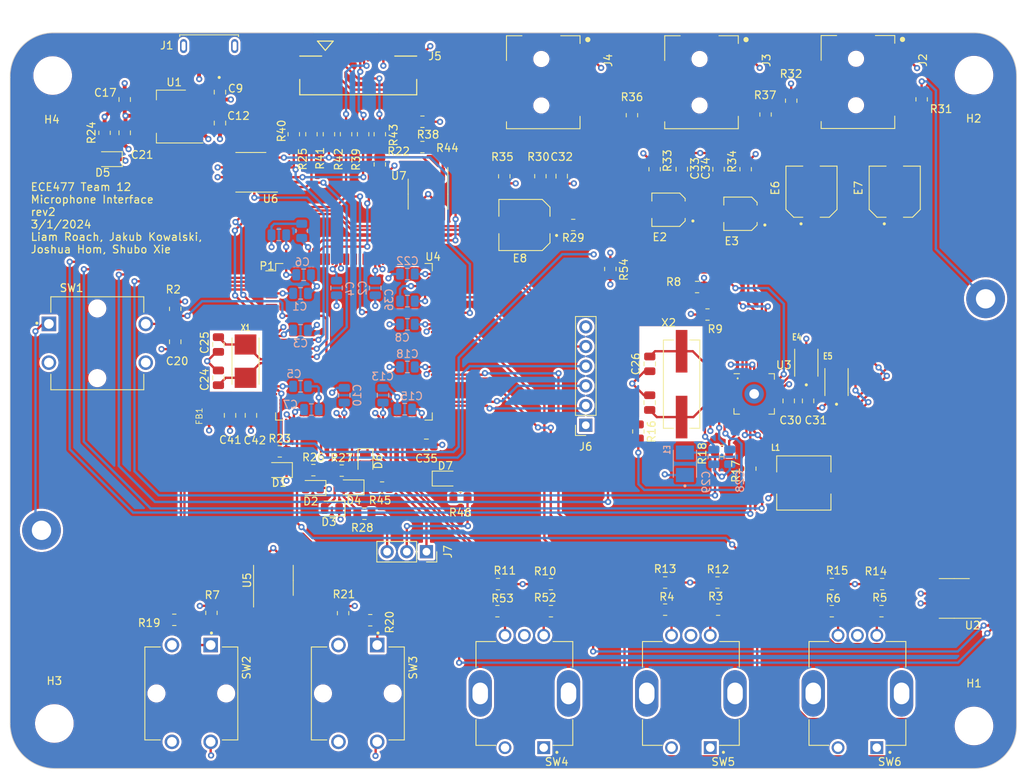
<source format=kicad_pcb>
(kicad_pcb (version 20221018) (generator pcbnew)
  (layers (0 "F.Cu" signal) (1 "In1.Cu" signal) (2 "In2.Cu" power) (31 "B.Cu" power) (34 "B.Paste" user) (35 "F.Paste" user) (36 "B.SilkS" user "B.Silkscreen") (37 "F.SilkS" user "F.Silkscreen") (38 "B.Mask" user) (39 "F.Mask" user) (44 "Edge.Cuts" user))
  (net 0 "")
  (net 1 "+3.3V")
  (net 2 "+5V")
  (net 3 "/PE4(SAI1_FS_A {slash} ADCL)")
  (net 4 "/PE3(SA1_SD_B {slash} MISO)")
  (net 5 "/PE5(SAI1_SCK_A {slash} SCK)")
  (net 6 "/PE6(SA1_SD_A {slash} MOSI)")
  (net 7 "/PF0(I2C2_SDA {slash} SDA)")
  (net 8 "/PF1(I2C2_SCL {slash} SCL)")
  (net 9 "Net-(U3-XTI{slash}MCLK)")
  (net 10 "Net-(U3-XTO)")
  (net 12 "Net-(U3-BCLK)")
  (net 13 "Net-(U3-DACDAT)")
  (net 14 "Net-(U3-ADCDAT)")
  (net 15 "Net-(U3-LHPOUT)")
  (net 16 "Net-(U3-RHPOUT)")
  (net 19 "Net-(U3-VMID)")
  (net 20 "Net-(U3-MICBIAS)")
  (net 21 "Net-(U3-MICIN)")
  (net 22 "Net-(U3-RLINEIN)")
  (net 23 "Net-(U3-LLINEIN)")
  (net 24 "Net-(C32-Pad1)")
  (net 25 "Net-(C33-Pad2)")
  (net 26 "Net-(C34-Pad1)")
  (net 27 "Net-(E6-Pad2)")
  (net 28 "Net-(J3-Pad2)")
  (net 29 "Net-(J3-Pad3)")
  (net 30 "Net-(U4-PH1)")
  (net 31 "Net-(U4-PH0)")
  (net 32 "GNDA")
  (net 33 "Net-(E8-Pad1)")
  (net 34 "+3.3VA")
  (net 35 "Net-(R3-Pad2)")
  (net 36 "Net-(R4-Pad2)")
  (net 37 "Net-(R5-Pad2)")
  (net 38 "Net-(R6-Pad2)")
  (net 39 "Net-(R19-Pad2)")
  (net 40 "Net-(R20-Pad2)")
  (net 41 "Net-(R52-Pad2)")
  (net 42 "Net-(R53-Pad2)")
  (net 60 "Net-(D1-A)")
  (net 66 "GND")
  (net 69 "Net-(U4-PA3)")
  (net 72 "Net-(D2-A)")
  (net 74 "Net-(U4-PF11)")
  (net 76 "Net-(D3-A)")
  (net 81 "Net-(U4-PF14)")
  (net 84 "Net-(U4-VCAP_1)")
  (net 103 "Net-(D5-A)")
  (net 107 "Net-(U4-VCAP_2)")
  (net 139 "/Boot0")
  (net 140 "SWCLK")
  (net 141 "SWDIO")
  (net 142 "SWO")
  (net 157 "Net-(J5-Pin_14)")
  (net 160 "VDDA")
  (net 163 "/D3")
  (net 164 "/D4")
  (net 165 "/D13")
  (net 166 "/D6")
  (net 167 "/D7")
  (net 168 "/D1")
  (net 169 "/D2")
  (net 170 "/D8")
  (net 171 "/D12")
  (net 174 "Net-(J5-Pin_5)")
  (net 175 "Net-(J5-Pin_6)")
  (net 176 "Net-(J5-Pin_11)")
  (net 178 "Net-(J5-Pin_12)")
  (net 179 "Net-(J5-Pin_15)")
  (net 180 "/D19")
  (net 181 "/D15")
  (net 182 "/D17")
  (net 183 "/D18")
  (net 184 "/D16")
  (net 185 "/D20")
  (net 190 "Net-(J5-Pin_10)")
  (net 191 "Net-(E7-Pad2)")
  (net 192 "/NRST")
  (net 193 "RST")
  (net 194 "/Ext1")
  (net 195 "Net-(D4-A)")
  (net 196 "Net-(D6-A)")
  (net 197 "Net-(D7-A)")
  (net 198 "Net-(D4-K)")
  (net 199 "Net-(D6-K)")
  (net 200 "Net-(D7-K)")
  (net 201 "/Ext2")
  (net 202 "/Ext3")
  (footprint "Package_SO:SO-8_3.9x4.9mm_P1.27mm" (layer "F.Cu") (at 129.3 119.7 90)
    (fp_text reference "U5")
    (fp_text value "~")
  )
  (footprint "Resistor_SMD:R_0805_2012Metric" (layer "F.Cu") (at 178.52 66.62 -90)
    (fp_text reference "R33")
    (fp_text value "5.6k")
  )
  (footprint "Resistor_SMD:R_0805_2012Metric" (layer "F.Cu") (at 179.875 119.98 180)
    (fp_text reference "R13")
    (fp_text value "10k")
  )
  (footprint "Resistor_SMD:R_0805_2012Metric" (layer "F.Cu") (at 201.3925 120.18 180)
    (fp_text reference "R15")
    (fp_text value "10k")
  )
  (footprint "Resistor_SMD:R_0805_2012Metric" (layer "F.Cu") (at 143.04 66 90)
    (fp_text reference "R22")
    (fp_text value "10k")
  )
  (footprint "Library:SW_B3F-4050" (layer "F.Cu") (at 140.2 134.3 -90)
    (fp_text reference "SW3")
    (fp_text value "SW_Push")
  )
  (footprint "Library:CAP_EEEFT0J331AP" (layer "F.Cu") (at 198.77 69.52 90)
    (fp_text reference "E6")
    (fp_text value "330uF")
  )
  (footprint "LED_SMD:LED_0805_2012Metric" (layer "F.Cu") (at 134.39 107.77 180)
    (fp_text reference "D2")
    (fp_text value "LED")
  )
  (footprint "Resistor_SMD:R_0805_2012Metric" (layer "F.Cu") (at 175.59 59.645 -90)
    (fp_text reference "R36")
    (fp_text value "5.6k")
  )
  (footprint "Resistor_SMD:R_0805_2012Metric" (layer "F.Cu") (at 192.84 59.5575 90)
    (fp_text reference "R37")
    (fp_text value "5.6k")
  )
  (footprint "Resistor_SMD:R_0805_2012Metric" (layer "F.Cu") (at 207.805 123.68 180)
    (fp_text reference "R5")
    (fp_text value "220")
  )
  (footprint "Capacitor_SMD:C_0805_2012Metric" (layer "F.Cu") (at 122.2 93.55 90)
    (fp_text reference "C24")
    (fp_text value "20pF")
  )
  (footprint "Resistor_SMD:R_0805_2012Metric" (layer "F.Cu") (at 131.93 62.1 90)
    (fp_text reference "R40")
    (fp_text value "220")
  )
  (footprint "Resistor_SMD:R_0805_2012Metric" (layer "F.Cu") (at 141.05 111.1 180)
    (fp_text reference "R28")
    (fp_text value "250")
  )
  (footprint "Capacitor_SMD:C_0805_2012Metric" (layer "F.Cu") (at 166.52 67.52 -90)
    (fp_text reference "C32")
    (fp_text value "1nF")
  )
  (footprint "LED_SMD:LED_0805_2012Metric" (layer "F.Cu") (at 151.49 106.56)
    (fp_text reference "D7")
    (fp_text value "LED")
  )
  (footprint "Library:CUI_SJ1-3515-SMT" (layer "F.Cu") (at 204.52 53.86 -90)
    (fp_text reference "J2")
    (fp_text value "Stereo Output")
  )
  (footprint "Library:CAP_EEEFC1V1R0R" (layer "F.Cu") (at 180.31 71.85 180)
    (fp_text reference "E2")
    (fp_text value "1uF")
  )
  (footprint "Library:IND_SLF7045T-100M1R3-PF" (layer "F.Cu") (at 197.78 107.13)
    (fp_text reference "L1")
    (fp_text value "10uH")
  )
  (footprint "Resistor_SMD:R_0805_2012Metric" (layer "F.Cu") (at 148.5375 60.49 180)
    (fp_text reference "R38")
    (fp_text value "10k")
  )
  (footprint "Resistor_SMD:R_0805_2012Metric" (layer "F.Cu") (at 185.3425 85.38)
    (fp_text reference "R9")
    (fp_text value "1k")
  )
  (footprint "Capacitor_SMD:C_0805_2012Metric" (layer "F.Cu") (at 126.4 98.4 -90)
    (fp_text reference "C42")
    (fp_text value "0.1uF")
  )
  (footprint "Resistor_SMD:R_0805_2012Metric" (layer "F.Cu") (at 187.2275 103 180)
    (fp_text reference "R18")
    (fp_text value "1k")
  )
  (footprint "Library:XDCR_PEC11R-4215F-S0024" (layer "F.Cu") (at 183.2 134.3 180)
    (fp_text reference "SW5")
    (fp_text value "RotaryEncoder")
  )
  (footprint "Capacitor_SMD:C_0805_2012Metric" (layer "F.Cu") (at 122.4 56.6705 -90)
    (fp_text reference "C9")
    (fp_text value "22uF")
  )
  (footprint "Resistor_SMD:R_0805_2012Metric" (layer "F.Cu") (at 121.3 123.9 90)
    (fp_text reference "R7")
    (fp_text value "10k")
  )
  (footprint "Capacitor_SMD:C_0805_2012Metric" (layer "F.Cu") (at 149.05 102.2 180)
    (fp_text reference "C35")
    (fp_text value "2.2uF")
  )
  (footprint "Package_SO:SO-8_3.9x4.9mm_P1.27mm" (layer "F.Cu") (at 149.26 69.84 -90)
    (fp_text reference "U7")
    (fp_text value "~")
  )
  (footprint "Resistor_SMD:R_0805_2012Metric" (layer "F.Cu") (at 196.15 57.77 90)
    (fp_text reference "R32")
    (fp_text value "47k")
  )
  (footprint "Package_SO:SO-8_3.9x4.9mm_P1.27mm" (layer "F.Cu") (at 126.385 67.015 180)
    (fp_text reference "U6")
    (fp_text value "~")
  )
  (footprint "Resistor_SMD:R_0805_2012Metric" (layer "F.Cu") (at 201.3925 123.68)
    (fp_text reference "R6")
    (fp_text value "220")
  )
  (footprint "Resistor_SMD:R_0805_2012Metric" (layer "F.Cu") (at 138.12 105.53)
    (fp_text reference "R27")
    (fp_text value "250")
  )
  (footprint "Resistor_SMD:R_0805_2012Metric" (layer "F.Cu") (at 158.2925 120.1825 180)
    (fp_text reference "R11")
    (fp_text value "10k")
  )
  (footprint "Library:CAP_EEEFT0J331AP" (layer "F.Cu") (at 161.7075 73.82 180)
    (fp_text reference "E8")
    (fp_text value "330uF")
  )
  (footprint "Resistor_SMD:R_0805_2012Metric" (layer "F.Cu") (at 165.13 120.1825)
    (fp_text reference "R10")
    (fp_text value "10k")
  )
  (footprint "Resistor_SMD:R_0805_2012Metric" (layer "F.Cu") (at 134.46 105.47)
    (fp_text reference "R26")
    (fp_text value "250")
  )
  (footprint "Capacitor_SMD:C_0805_2012Metric" (layer "F.Cu") (at 122.2 89.25 90)
    (fp_text reference "C25")
    (fp_text value "20pF")
  )
  (footprint "Capacitor_SMD:C_0805_2012Metric" (layer "F.Cu") (at 177.89 91.75 -90)
    (fp_text reference "C26")
    (fp_text value "22pF")
  )
  (footprint "Package_TO_SOT_SMD:SOT-223-3_TabPin2" (layer "F.Cu") (at 116.1 59.8205 180)
    (fp_text reference "U1")
    (fp_text value "LD1117S12TR_SOT223")
  )
  (footprint "Resistor_SMD:R_0805_2012Metric" (layer "F.Cu") (at 184 81.83 180)
    (fp_text reference "R8")
    (fp_text value "1k")
  )
  (footprint "Resistor_SMD:R_0805_2012Metric" (layer "F.Cu") (at 207.8925 120.18)
    (fp_text reference "R14")
    (fp_text value "10k")
  )
  (footprint "Library:CAP_EEEFC1V1R0R" (layer "F.Cu") (at 189.6 72.37 180)
    (fp_text reference "E3")
    (fp_text value "1uF")
  )
  (footprint "Resistor_SMD:R_0805_2012Metric" (layer "F.Cu") (at 186.625 119.98)
    (fp_text reference "R12")
    (fp_text value "10k")
  )
  (footprint "Capacitor_SMD:C_0805_2012Metric" (layer "F.Cu") (at 110.1 61.9205 -90)
    (fp_text reference "C21")
    (fp_text value "22uF")
  )
  (footprint "LED_SMD:LED_0805_2012Metric" (layer "F.Cu") (at 141.18 104.38 -90)
    (fp_text reference "D6")
    (fp_text value "LED")
  )
  (footprint "Capacitor_SMD:C_0805_2012Metric" (layer "F.Cu") (at 195.83 96.53 90)
    (fp_text reference "C30")
    (fp_text value "100nF")
  )
  (footprint "Resistor_SMD:R_0805_2012Metric" (layer "F.Cu") (at 163.77 67.52 90)
    (fp_text reference "R30")
    (fp_text value "680")
  )
  (footprint "Resistor_SMD:R_0805_2012Metric" (layer "F.Cu") (at 116.6225 84.65 -90)
    (fp_text reference "R2")
    (fp_text value "100K")
  )
  (footprint "Resistor_SMD:R_0805_2012Metric" (layer "F.Cu") (at 140.88 62.1 90)
    (fp_text reference "R39")
    (fp_text value "220")
  )
  (footprint "MountingHole:MountingHole_4.5mm" (layer "F.Cu") (at 100.8 54.525)
    (fp_text reference "H4")
    (fp_text value "MountingHole")
  )
  (footprint "LED_SMD:LED_0805_2012Metric" (layer "F.Cu") (at 136.85 110.43 180)
    (fp_text reference "D3")
    (fp_text value "LED")
  )
  (footprint "Resistor_SMD:R_0805_2012Metric" (layer "F.Cu") (at 107.5 61.9205 90)
    (fp_text reference "R24")
    (fp_text value "1k")
  )
  (footprint "Package_DFN_QFN:QFN-28-1EP_5x5mm_P0.5mm_EP3.35x3.35mm" (layer "F.Cu") (at 191.37 95.63)
    (fp_text reference "U3")
    (fp_text value "WM8731CLSEFL")
  )
  (footprint "Resistor_SMD:R_0805_2012Metric" (layer "F.Cu") (at 186.7125 123.48 180)
    (fp_text reference "R3")
    (fp_text value "220")
  )
  (footprint "Resistor_SMD:R_0805_2012Metric" (layer "F.Cu") (at 116.5 124.8 180)
    (fp_text reference "R19")
    (fp_text value "220")
  )
  (footprint "LED_SMD:LED_0805_2012Metric" (layer "F.Cu") (at 108.1 65.3205 180)
    (fp_text reference "D5")
    (fp_text value "LED")
  )
  (footprint "Capacitor_SMD:C_0805_2012Metric" (layer "F.Cu") (at 123.7 98.4 -90)
    (fp_text reference "C41")
    (fp_text value "1uF")
  )
  (footprint "Resistor_SMD:R_0805_2012Metric" (layer "F.Cu") (at 138.68 62.1 90)
    (fp_text reference "R42")
    (fp_text value "220")
  )
  (footprint "Library:BEADC1608X75N" (layer "F.Cu") (at 121 98.5 -90)
    (fp_text reference "FB1")
    (fp_text value "FerriteBead")
  )
  (footprint "Library:XDCR_PEC11R-4215F-S0024" (layer "F.Cu") (at 161.7 134.3025 180)
    (fp_text reference "SW4")
    (fp_text value "RotaryEncoder")
  )
  (footprint "Library:AMPHENOL_10118193-0001LF" (layer "F.Cu") (at 121 50.7205 180)
    (fp_text reference "J1")
    (fp_text value "USB_OTG")
  )
  (footprint "Resistor_SMD:R_0805_2012Metric" (layer "F.Cu") (at 212.99 57.5975 90)
    (fp_text reference "R31")
    (fp_text value "47k")
  )
  (footprint "Library:XTAL_ABM7-25.000MHZ-D2Y-T" (layer "F.Cu") (at 125.7 91.4 90)
    (fp_text reference "X1")
    (fp_text value "25MHz")
  )
  (footprint "LED_SMD:LED_0805_2012Metric" (layer "F.Cu") (at 139.31 107.69 180)
    (fp_text reference "D4")
    (fp_text value "LED")
  )
  (footprint "Library:CUI_SJ1-3515-SMT" (layer "F.Cu") (at 184.32 53.8875 -90)
    (fp_text reference "J3")
    (fp_text value "Stereo Microphone")
  )
  (footprint "Resistor_SMD:R_0805_2012Metric" (layer "F.Cu") (at 158.2175 123.6825)
    (fp_text reference "R53")
    (fp_text value "220")
  )
  (footprint "Resistor_SMD:R_0805_2012Metric" (layer "F.Cu") (at 130.12 103.05)
    (fp_text reference "R23")
    (fp_text value "250")
  )
  (footprint "MountingHole:MountingHole_4.5mm" (layer "F.Cu") (at 219.75 54.475)
    (fp_text reference "H2")
    (fp_text value "MountingHole")
  )
  (footprint "Resistor_SMD:R_0805_2012Metric" (layer "F.Cu") (at 190.27 66.62 -90)
    (fp_text reference "R34")
    (fp_text value "5.6k")
  )
  (footprint "Resistor_SMD:R_0805_2012Metric" (layer "F.Cu") (at 148.5375 63.76 180)
    (fp_text reference "R44")
    (fp_text value "220")
  )
  (footprint "HCM4924000000ABJT:XTAL_HCM4924000000ABJT" (layer "F.Cu") (at 182 94.37 90)
    (fp_text reference "X2")
    (fp_text value "12.288MHz")
  )
  (footprint "Resistor_SMD:R_0805_2012Metric" (layer "F.Cu") (at 153.45 109.02)
    (fp_text reference "R46")
    (fp_text value "250")
  )
  (footprint "Resistor_SMD:R_0805_2012Metric" (layer "F.Cu") (at 136.47 62.1 90)
    (fp_text reference "R41")
    (fp_text value "220")
  )
  (footprint "Package_SO:SO-8_3.9x4.9mm_P1.27mm" (layer "F.Cu") (at 217.205 122.035 180)
    (fp_text reference "U2")
    (fp_text value "~")
  )
  (footprint "Capacitor_SMD:C_0805_2012Metric" (layer "F.Cu") (at 198.33 96.53 90)
    (fp_text reference "C31")
    (fp_text value "100nF")
  )
  (footprint "MountingHole:MountingHole_4.5mm" (layer "F.Cu") (at 219.75 138.5)
    (fp_text reference "H1")
    (fp_text value "MountingHole")
  )
  (footprint "Library:CON_527461871_MOL" (layer "F.Cu") (at 140.249992 54.51)
    (fp_text reference "J5")
    (fp_text value "Conn_01x18")
  )
  (footprint "Resistor_SMD:R_0805_2012Metric" (layer "F.Cu") (at 168.0075 73.82 180)
    (fp_text reference "R29")
    (fp_text value "330")
  )
  (footprint "Library:SW_B3F-4050" (layer "F.Cu") (at 118.7 134.3 -90)
    (fp_text reference "SW2")
    (fp_text value "SW_Push")
  )
  (footprint "Library:CUI_SJ1-3515-SMT" (layer "F.Cu") (at 163.89 53.8875 -90)
    (fp_text reference "J4")
    (fp_text value "External Microphone")
  )
  (footprint "Capacitor_SMD:C_0805_2012Metric" (layer "F.Cu") (at 186.77 66.62 90)
    (fp_text reference "C34")
    (fp_text value "1nF")
  )
  (footprint "Resistor_SMD:R_0805_2012Metric" (layer "F.Cu") (at 159.1075 67.5325 -90)
    (fp_text reference "R35")
    (fp_text value "47k")
  )
  (footprint "Package_QFP:LQFP-144_20x20mm_P0.5mm" (layer "F.Cu") (at 139.7 88.9)
    (fp_text reference "U4")
    (fp_text value "STM32F746ZGTx")
  )
  (footprint "Resistor_SMD:R_0805_2012Metric" (layer "F.Cu") (at 179.875 123.48)
    (fp_text reference "R4")
    (fp_text value "220")
  )
  (footprint "Resistor_SMD:R_0805_2012Metric" (layer "F.Cu") (at 138.295 123.9375 -90)
    (fp_text reference "R21")
    (fp_text value "10k")
  )
  (footprint "TAJB106K016RNJ:CAPPM3528X210N" (layer "F.Cu") (at 198.1 91.6 90)
    (fp_text reference "E4")
    (fp_text value "10uF")
  )
  (footprint "Resistor_SMD:R_0805_2012Metric" (layer "F.Cu") (at 143.04 62.1 90)
    (fp_text reference "R43")
    (fp_text value "220")
  )
  (footprint "Library:XDCR_PEC11R-4215F-S0024" (layer "F.Cu") (at 204.7 134.3 180)
    (fp_text reference "SW6")
    (fp_text value "RotaryEncoder")
  )
  (footprint "Resistor_SMD:R_0805_2012Metric" (layer "F.Cu") (at 176.42 100.48 90)
    (fp_text reference "R16")
    (fp_text value "27")
  )
  (footprint "Library:SW_B3F-4050" (layer "F.Cu") (at 106.5625 89.09)
    (fp_text reference "SW1")
    (fp_text value "SW_Push")
  )
  (footprint "Capacitor_SMD:C_0805_2012Metric" (layer "F.Cu") (at 182.02 66.62 -90)
    (fp_text reference "C33")
    (fp_text value "1nF")
  )
  (footprint "Connector_PinSocket_2.54mm:PinSocket_1x03_P2.54mm_Vertical" (layer "F.Cu") (at 149.06 116 -90)
    (fp_text reference "J7")
    (fp_text value "Conn_01x03")
  )
  (footprint "LED_SMD:LED_0805_2012Metric" (layer "F.Cu") (at 130.06 105.46 180)
    (fp_text reference "D1")
    (fp_text value "LED")
  )
  (footprint "MountingHole:MountingHole_4.5mm" (layer "F.Cu") (at 101.019581 138.180419)
    (fp_text reference "H3")
    (fp_text value "MountingHole")
  )
  (footprint "Resistor_SMD:R_0805_2012Metric" (layer "F.Cu") (at 172.8 79.5 90)
    (fp_text reference "R54")
    (fp_text value "0")
  )
  (footprint "Capacitor_SMD:C_0805_2012Metric" (layer "F.Cu") (at 122.4 60.6605 -90)
    (fp_text reference "C12")
    (fp_text value "0.1uF")
  )
  (footprint "Resistor_SMD:R_0805_2012Metric" (layer "F.Cu") (at 134.21 62.1 90)
    (fp_text reference "R25")
    (fp_text value "220")
  )
  (footprint "Capacitor_SMD:C_0805_2012Metric" (layer "F.Cu") (at 116.6225 88.9 -90)
    (fp_text reference "C20")
    (fp_text value ".1uF")
  )
  (footprint "Resistor_SMD:R_0805_2012Metric" (layer "F.Cu") (at 190.87 105.28 -90)
    (fp_text reference "R17")
    (fp_text value "27")
  )
  (footprint "Library:CAP_EEEFT0J331AP" (layer "F.Cu") (at 209.52 69.52 90)
    (fp_text reference "E7")
    (fp_text value "330uF")
  )
  (footprint "Connector_PinSocket_2.54mm:PinSocket_1x06_P2.54mm_Vertical" (layer "F.Cu") (at 169.63 99.67 180)
    (fp_text reference "J6")
    (fp_text value "Conn_01x06_Pin")
  )
  (footprint "Resistor_SMD:R_0805_2012Metric" (layer "F.Cu") (at 165.13 123.6825 180)
    (fp_text reference "R52")
    (fp_text value "220")
  )
  (footprint "Capacitor_SMD:C_0805_2012Metric" (layer "F.Cu") (at 110.1 57.6205 90)
    (fp_text reference "C17")
    (fp_text value "0.1uF")
  )
  (footprint "Resistor_SMD:R_0805_2012Metric" (layer "F.Cu") (at 143.33 107.72)
    (fp_text reference "R45")
    (fp_text value "250")
  )
  (footprint "Resistor_SMD:R_0805_2012Metric" (layer "F.Cu") (at 141.805 124.85)
    (fp_text reference "R20")
    (fp_text value "220")
  )
  (footprint "Capacitor_SMD:C_0805_2012Metric" (layer "F.Cu") (at 177.88 96.75 -90)
    (fp_text reference "C27")
    (fp_text value "22pF")
  )
  (footprint "TAJB106K016RNJ:CAPPM3528X210N" (layer "F.Cu") (at 202 94.1 90)
    (fp_text reference "E5")
    (fp_text value "10uF")
  )
  (footprint "Capacitor_SMD:C_0805_2012Metric" (layer "B.Cu") (at 188.22 103.75 90)
    (fp_text reference "C28")
    (fp_text value "100nF")
  )
  (footprint "Capacitor_SMD:C_0805_2012Metric" (layer "B.Cu") (at 146.25 97.6 180)
    (fp_text reference "C15")
    (fp_text value "0.1uF")
  )
  (footprint "Capacitor_SMD:C_0805_2012Metric" (layer "B.Cu") (at 132.8 82.65)
    (fp_text reference "C1")
    (fp_text value "0.1uF")
  )
  (footprint "Capacitor_SMD:C_0805_2012Metric" (layer "B.Cu") (at 146.6 92.15 180)
    (fp_text reference "C18")
    (fp_text value "0.1uF")
  )
  (footprint "Capacitor_SMD:C_0805_2012Metric" (layer "B.Cu") (at 133.2 80.25)
    (fp_text reference "C6")
    (fp_text value "0.1uF")
  )
  (footprint "Capacitor_SMD:C_0805_2012Metric" (layer "B.Cu") (at 143.45 95.8 90)
    (fp_text reference "C13")
    (fp_text value "0.1uF")
  )
  (footprint "Capacitor_SMD:C_0805_2012Metric" (layer "B.Cu") (at 132.8 94.65)
    (fp_text reference "C5")
    (fp_text value "0.1uF")
  )
  (footprint "Capacitor_SMD:C_0805_2012Metric" (layer "B.Cu") (at 186.16 103.76 90)
    (fp_text reference "C29")
    (fp_text value "100nF")
  )
  (footprint "Capacitor_SMD:C_0805_2012Metric" (layer "B.Cu") (at 132.8 87.42)
    (fp_text reference "C3")
    (fp_text value "0.1uF")
  )
  (footprint "Capacitor_SMD:C_0805_2012Metric" (layer "B.Cu") (at 146.6 86.65 180)
    (fp_text reference "C8")
    (fp_text value "0.1uF")
  )
  (footprint "Capacitor_SMD:C_0805_2012Metric" (layer "B.Cu") (at 134.2 97.65)
    (fp_text reference "C7")
    (fp_text value "0.1uF")
  )
  (footprint "Capacitor_SMD:C_0805_2012Metric" (layer "B.Cu") (at 137.45 81.95 -90)
    (fp_text reference "C4")
    (fp_text value "0.1uF")
  )
  (footprint "Capacitor_SMD:C_0805_2012Metric" (layer "B.Cu") (at 138.45 95.8 90)
    (fp_text reference "C10")
    (fp_text value "0.1uF")
  )
  (footprint "Resistor_SMD:R_0805_2012Metric" (layer "B.Cu") (at 132.95 74.58 90)
    (fp_text reference "R1")
    (fp_text value "10K")
  )
  (footprint "Capacitor_SMD:C_0805_2012Metric" (layer "B.Cu") (at 130 75.1 180)
    (fp_text reference "C38")
    (fp_text value "4.7uF")
  )
  (footprint "Capacitor_SMD:C_0805_2012Metric" (layer "B.Cu") (at 146.6 83.65)
    (fp_text reference "C36")
    (fp_text value "2.2uF")
  )
  (footprint "TAJB106K016RNJ:CAPPM3528X210N" (layer "B.Cu") (at 182.43 104.65 90)
    (fp_text reference "E1")
    (fp_text value "10uF")
  )
  (footprint "Capacitor_SMD:C_0805_2012Metric" (layer "B.Cu") (at 142.45 81.95 -90)
    (fp_text reference "C2")
    (fp_text value "0.1uF")
  )
  (footprint "Capacitor_SMD:C_0805_2012Metric" (layer "B.Cu") (at 146.6 80.15 180)
    (fp_text reference "C22")
    (fp_text value "0.1uF")
  )
  (gr_arc (start 101.1 143.999999) (mid 96.998781 142.301219) (end 95.300001 138.2) (stroke (width 0.1)) (layer "Edge.Cuts"))
  (gr_line (start 100.9 49) (end 219.75 49) (stroke (width 0.1)) (layer "Edge.Cuts"))
  (gr_line (start 95.300001 138.2) (end 95.300001 54.775) (stroke (width 0.1)) (layer "Edge.Cuts"))
  (gr_arc (start 219.75 49) (mid 223.639087 50.610913) (end 225.25 54.5) (stroke (width 0.1)) (layer "Edge.Cuts"))
  (gr_line (start 219.75 144) (end 101.1 144) (stroke (width 0.1)) (layer "Edge.Cuts"))
  (gr_line (start 225.25 54.5) (end 225.25 138.5) (stroke (width 0.1)) (layer "Edge.Cuts"))
  (gr_arc (start 95.302732 54.774915) (mid 96.878835 50.702534) (end 100.9 49) (stroke (width 0.1)) (layer "Edge.Cuts"))
  (gr_arc (start 225.25 138.5) (mid 223.639087 142.389087) (end 219.75 144) (stroke (width 0.1)) (layer "Edge.Cuts"))
  (gr_text "." (at 188.9 93.8) (layer "F.SilkS") (effects (font (size 1 1)) (justify left bottom)))
  (gr_text "ECE477 Team 12\nMicrophone Interface\nrev2\n3/1/2024\nLiam Roach, Jakub Kowalski, \nJoshua Hom, Shubo Xie" (at 97.88 77.55) (layer "F.SilkS") (effects (font (size 1 1)) (justify left bottom)))
  (gr_text "P1\n" (at 127.4 79.7) (layer "F.SilkS") (effects (font (size 1 1)) (justify left bottom)))
  (segment (start 202.305 120.18) (end 204.38 120.18) (width 0.3) (layer "F.Cu") (net 1))
  (segment (start 121.2 142.25) (end 121.25 142.3) (width 0.3) (layer "F.Cu") (net 1))
  (segment (start 136.95 79.525) (end 137.45 79.025) (width 0.3) (layer "F.Cu") (net 1))
  (segment (start 188.105614 96.13) (end 186.85 97.385614) (width 0.3) (layer "F.Cu") (net 1))
  (segment (start 121 99.525) (end 121 100.34) (width 0.3) (layer "F.Cu") (net 1))
  (segment (start 142.5 142.34) (end 142.48 142.36) (width 0.3) (layer "F.Cu") (net 1))
  (segment (start 117.8525 83.7375) (end 117.9 83.69) (width 0.3) (layer "F.Cu") (net 1))
  (segment (start 150.8 60.49) (end 150.81 60.5) (width 0.3) (layer "F.Cu") (net 1))
  (segment (start 150.3625 86.65) (end 148.9 86.65) (width 0.3) (layer "F.Cu") (net 1))
  (segment (start 129.0375 94.65) (end 130.5 94.65) (width 0.3) (layer "F.Cu") (net 1))
  (segment (start 150.3625 92.15) (end 148.9 92.15) (width 0.3) (layer "F.Cu") (net 1))
  (segment (start 121.2 140.55) (end 121.2 142.25) (width 0.3) (layer "F.Cu") (net 1))
  (segment (start 131.95 98.1) (end 132.095 97.955) (width 0.3) (layer "F.Cu") (net 1))
  (segment (start 143.45 99.5625) (end 143.45 98.1) (width 0.3) (layer "F.Cu") (net 1))
  (segment (start 194.63 107.13) (end 194.63 107.67) (width 0.3) (layer "F.Cu") (net 1))
  (segment (start 130.45 88.15) (end 129.0375 88.15) (width 0.3) (layer "F.Cu") (net 1))
  (segment (start 107.51 59.86) (end 107.51 60.998) (width 0.5) (layer "F.Cu") (net 1))
  (segment (start 184.9125 80.656176) (end 184.9125 81.83) (width 0.3) (layer "F.Cu") (net 1))
  (segment (start 204.38 120.18) (end 206.98 120.18) (width 0.3) (layer "F.Cu") (net 1))
  (segment (start 188.72 95.13) (end 187.832822 95.13) (width 0.3) (layer "F.Cu") (net 1))
  (segment (start 144.1675 66.9125) (end 144.93 66.15) (width 0.3) (layer "F.Cu") (net 1))
  (segment (start 107.51 60.998) (end 107.5 61.008) (width 0.5) (layer "F.Cu") (net 1))
  (segment (start 180.7875 119.98) (end 183.1 119.98) (width 0.3) (layer "F.Cu") (net 1))
  (segment (start 110.1 59.6205) (end 110.2 59.7205) (width 0.5) (layer "F.Cu") (net 1))
  (segment (start 116.6225 83.7375) (end 117.8525 83.7375) (width 0.3) (layer "F.Cu") (net 1))
  (segment (start 107.5 61.008) (end 110.0625 61.008) (width 0.5) (layer "F.Cu") (net 1))
  (segment (start 142.5 140.55) (end 142.5 142.34) (width 0.3) (layer "F.Cu") (net 1))
  (segment (start 144.5 51.29625) (end 148.98853 51.29625) (width 0.3) (layer "F.Cu") (net 1))
  (segment (start 142.45 78.2375) (end 142.45 79.7) (width 0.3) (layer "F.Cu") (net 1))
  (segment (start 131.95 99.5625) (end 131.95 98.1) (width 0.3) (layer "F.Cu") (net 1))
  (segment (start 184.43 85.38) (end 183.28 85.38) (width 0.3) (layer "F.Cu") (net 1))
  (segment (start 143.04 66.9125) (end 144.1675 66.9125) (width 0.3) (layer "F.Cu") (net 1))
  (segment (start 110.0625 61.008) (end 110.1 60.9705) (width 0.5) (layer "F.Cu") (net 1))
  (segment (start 184.896324 80.64) (end 184.9125 80.656176) (width 0.3) (layer "F.Cu") (net 1))
  (segment (start 110.1 60.9705) (end 109.3705 60.9705) (width 0.5) (layer "F.Cu") (net 1))
  (segment (start 194.63 107.67) (end 193.2 109.1) (width 0.3) (layer "F.Cu") (net 1))
  (segment (start 188.72 96.13) (end 188.105614 96.13) (width 0.3) (layer "F.Cu") (net 1))
  (segment (start 186.85 97.385614) (end 186.85 100.01) (width 0.3) (layer "F.Cu") (net 1))
  (segment (start 108.7995 58.5705) (end 110.1 58.5705) (width 0.5) (layer "F.Cu") (net 1))
  (segment (start 110.2 59.7205) (end 112.85 59.7205) (width 0.5) (layer "F.Cu") (net 1))
  (segment (start 185.014261 101.125) (end 185.014261 97.948561) (width 0.3) (layer "F.Cu") (net 1))
  (segment (start 112.85 59.7205) (end 112.95 59.8205) (width 0.5) (layer "F.Cu") (net 1))
  (segment (start 130.95 78.2375) (end 130.95 76.65) (width 0.3) (layer "F.Cu") (net 1))
  (segment (start 110.2 60.8705) (end 110.1 60.9705) (width 0.5) (layer "F.Cu") (net 1))
  (segment (start 130.95 78.2375) (end 130.95 80.25) (width 0.3) (layer "F.Cu") (net 1))
  (segment (start 187.832822 95.13) (end 185.014261 97.948561) (width 0.3) (layer "F.Cu") (net 1))
  (segment (start 150.3625 80.15) (end 148.9 80.15) (width 0.3) (layer "F.Cu") (net 1))
  (segment (start 149.45 60.49) (end 150.8 60.49) (width 0.3) (layer "F.Cu") (net 1))
  (segment (start 164.2175 120.1825) (end 161.48 120.1825) (width 0.3) (layer "F.Cu") (net 1))
  (segment (start 110.2 59.7205) (end 110.2 60.8705) (width 0.5) (layer "F.Cu") (net 1))
  (segment (start 129.0375 82.65) (end 130.5 82.65) (width 0.3) (layer "F.Cu") (net 1))
  (segment (start 148.45 99.5625) (end 148.45 98.1) (width 0.3) (layer "F.Cu") (net 1))
  (segment (start 130.65 87.95) (end 130.45 88.15) (width 0.3) (layer "F.Cu") (net 1))
  (segment (start 137.45 79.025) (end 137.45 78.2375) (width 0.3) (layer "F.Cu") (net 1))
  (segment (start 159.205 120.1825) (end 161.48 120.1825) (width 0.3) (layer "F.Cu") (net 1))
  (segment (start 185.039261 101.15) (end 185.014261 101.125) (width 0.3) (layer "F.Cu") (net 1))
  (segment (start 112.95 59.8205) (end 119.25 59.8205) (width 0.5) (layer "F.Cu") (net 1))
  (segment (start 183.28 85.38) (end 183.2 85.3) (width 0.3) (layer "F.Cu") (net 1))
  (segment (start 148.98853 51.29625) (end 149.554265 50.730515) (width 0.3) (layer "F.Cu") (net 1))
  (segment (start 144.500001 52.11) (end 144.5 51.29625) (width 0.3) (layer "F.Cu") (net 1))
  (segment (start 138.45 99.5625) (end 138.45 98.1) (width 0.3) (layer "F.Cu") (net 1))
  (segment (start 110.1 58.5705) (end 110.1 59.6205) (width 0.5) (layer "F.Cu") (net 1))
  (segment (start 107.51 59.86) (end 108.7995 58.5705) (width 0.5) (layer "F.Cu") (net 1))
  (segment (start 185.7125 119.98) (end 183.1 119.98) (width 0.3) (layer "F.Cu") (net 1))
  (via (at 142.48 142.36) (size 0.8) (drill 0.4) (layers "F.Cu" "B.Cu") (net 1))
  (via (at 183.2 85.3) (size 0.8) (drill 0.4) (layers "F.Cu" "B.Cu") (net 1))
  (via (at 136.95 79.525) (size 0.8) (drill 0.4) (layers "F.Cu" "B.Cu") (net 1))
  (via (at 150.81 60.5) (size 0.8) (drill 0.4) (layers "F.Cu" "B.Cu") (net 1))
  (via (at 143.45 98.1) (size 0.8) (drill 0.4) (layers "F.Cu" "B.Cu") (net 1))
  (via (at 130.5 94.65) (size 0.8) (drill 0.4) (layers "F.Cu" "B.Cu") (net 1))
  (via (at 148.45 98.1) (size 0.8) (drill 0.4) (layers "F.Cu" "B.Cu") (net 1))
  (via (at 148.9 86.65) (size 0.8) (drill 0.4) (layers "F.Cu" "B.Cu") (net 1))
  (via (at 110.2 59.7205) (size 0.8) (drill 0.4) (layers "F.Cu" "B.Cu") (net 1))
  (via (at 138.45 98.1) (size 0.8) (drill 0.4) (layers "F.Cu" "B.Cu") (net 1))
  (via (at 107.51 59.86) (size 0.8) (drill 0.4) (layers "F.Cu" "B.Cu") (net 1))
  (via (at 148.9 80.15) (size 0.8) (drill 0.4) (layers "F.Cu" "B.Cu") (net 1))
  (via (at 117.9 83.69) (size 0.8) (drill 0.4) (layers "F.Cu" "B.Cu") (net 1))
  (via (at 132.095 97.955) (size 0.8) (drill 0.4) (layers "F.Cu" "B.Cu") (net 1))
  (via (at 204.38 120.18) (size 0.8) (drill 0.4) (layers "F.Cu" "B.Cu") (net 1))
  (via (at 193.2 109.1) (size 0.8) (drill 0.4) (layers "F.Cu" "B.Cu") (net 1))
  (via (at 130.65 87.95) (size 0.8) (drill 0.4) (layers "F.Cu" "B.Cu") (net 1))
  (via (at 144.93 66.15) (size 0.8) (drill 0.4) (layers "F.Cu" "B.Cu") (net 1))
  (via (at 130.5 82.65) (size 0.8) (drill 0.4) (layers "F.Cu" "B.Cu") (net 1))
  (via (at 149.554265 50.730515) (size 0.8) (drill 0.4) (layers "F.Cu" "B.Cu") (net 1))
  (via (at 130.95 76.65) (size 0.8) (drill 0.4) (layers "F.Cu" "B.Cu") (net 1))
  (via (at 186.85 100.01) (size 0.8) (drill 0.4) (layers "F.Cu" "B.Cu") (net 1))
  (via (at 121.25 142.3) (size 0.8) (drill 0.4) (layers "F.Cu" "B.Cu") (net 1))
  (via (at 184.896324 80.64) (size 0.8) (drill 0.4) (layers "F.Cu" "B.Cu") (net 1))
  (via (at 185.039261 101.15) (size 0.8) (drill 0.4) (layers "F.Cu" "B.Cu") (net 1))
  (via (at 148.9 92.15) (size 0.8) (drill 0.4) (layers "F.Cu" "B.Cu") (net 1))
  (via (at 121 100.34) (size 0.8) (drill 0.4) (layers "F.Cu" "B.Cu") (net 1))
  (via (at 161.48 120.1825) (size 0.8) (drill 0.4) (layers "F.Cu" "B.Cu") (net 1))
  (via (at 183.1 119.98) (size 0.8) (drill 0.4) (layers "F.Cu" "B.Cu") (net 1))
  (via (at 130.95 80.25) (size 0.8) (drill 0.4) (layers "F.Cu" "B.Cu") (net 1))
  (via (at 142.45 79.7) (size 0.8) (drill 0.4) (layers "F.Cu" "B.Cu") (net 1))
  (segment (start 130.65 87.95) (end 131.18 87.42) (width 0.3) (layer "B.Cu") (net 1))
  (segment (start 143.45 96.75) (end 143.45 98.1) (width 0.3) (layer "B.Cu") (net 1))
  (segment (start 138.45 96.75) (end 138.45 98.1) (width 0.3) (layer "B.Cu") (net 1))
  (segment (start 142.45 79.7) (end 142.45 81) (width 0.3) (layer "B.Cu") (net 1))
  (segment (start 131.18 87.42) (end 131.85 87.42) (width 0.3) (layer "B.Cu") (net 1))
  (segment (start 130.5 94.65) (end 131.85 94.65) (width 0.3) (layer "B.Cu") (net 1))
  (segment (start 147.55 92.15) (end 148.9 92.15) (width 0.3) (layer "B.Cu") (net 1))
  (segment (start 182.43 103.2) (end 185.77 103.2) (width 0.3) (layer "B.Cu") (net 1))
  (segment (start 147.95 97.6) (end 148.45 98.1) (width 0.3) (layer "B.Cu") (net 1))
  (segment (start 186.16 102.270739) (end 186.16 102.81) (width 0.3) (layer "B.Cu") (net 1))
  (segment (start 130.95 75.1) (end 130.95 76.65) (width 0.3) (layer "B.Cu") (net 1))
  (segment (start 148.9 80.15) (end 147.55 80.15) (width 0.3) (layer "B.Cu") (net 1))
  (segment (start 186.85 100.01) (end 186.85 101.43) (width 0.3) (layer "B.Cu") (net 1))
  (segment (start 136.95 79.525) (end 137.45 80.025) (width 0.3) (layer "B.Cu") (net 1))
  (segment (start 186.85 101.43) (end 188.22 102.8) (width 0.3) (layer "B.Cu") (net 1))
  (segment (start 132.25 80.25) (end 130.95 80.25) (width 0.3) (layer "B.Cu") (net 1))
  (segment (start 147.2 97.6) (end 147.95 97.6) (width 0.3) (layer "B.Cu") (net 1))
  (segment (start 185.039261 101.15) (end 186.16 102.270739) (width 0.3) (layer "B.Cu") (net 1))
  (segment (start 147.55 86.65) (end 148.9 86.65) (width 0.3) (layer "B.Cu") (net 1))
  (segment (start 132.4 97.65) (end 133.25 97.65) (width 0.3) (layer "B.Cu") (net 1))
  (segment (start 131.85 82.65) (end 130.5 82.65) (width 0.3) (layer "B.Cu") (net 1))
  (segment (start 185.77 103.2) (end 186.16 102.81) (width 0.3) (layer "B.Cu") (net 1))
  (segment (start 137.45 80.025) (end 137.45 81) (width 0.3) (layer "B.Cu") (net 1))
  (segment (start 132.095 97.955) (end 132.4 97.65) (width 0.3) (layer "B.Cu") (net 1))
  (segment (start 122.4 55.7205) (end 121.05 55.7205) (width 0.5) (layer "F.Cu") (net 2))
  (segment (start 122.3 55.6205) (end 122.4 55.7205) (width 0.5) (layer "F.Cu") (net 2))
  (segment (start 120.21 57.5205) (end 122.4 59.7105) (width 0.5) (layer "F.Cu") (net 2))
  (segment (start 119.25 57.5205) (end 120.21 57.5205) (width 0.5) (layer "F.Cu") (net 2))
  (segment (start 122.3 53.3955) (end 122.3 55.6205) (width 0.5) (layer "F.Cu") (net 2))
  (segment (start 121.05 55.7205) (end 119.25 57.5205) (width 0.5) (layer "F.Cu") (net 2))
  (segment (start 190.37 100.74) (end 190.37 98.08) (width 0.3) (layer "F.Cu") (net 3))
  (segment (start 191.37 100.47) (end 191.37 98.08) (width 0.3) (layer "F.Cu") (net 3))
  (segment (start 104.835 79.535) (end 104.83 79.53) (width 0.3) (layer "F.Cu") (net 3))
  (segment (start 192.39 110.35) (end 192.39 101.49) (width 0.3) (layer "F.Cu") (net 3))
  (segment (start 190.17 100.94) (end 190.37 100.74) (width 0.3) (layer "F.Cu") (net 3))
  (segment (start 191.835 100.935) (end 191.37 100.47) (width 0.3) (layer "F.Cu") (net 3))
  (segment (start 192.39 101.49) (end 191.835 100.935) (width 0.3) (layer "F.Cu") (net 3))
  (segment (start 117.305 79.535) (end 104.835 79.535) (width 0.3) (layer "F.Cu") (net 3))
  (segment (start 118.92 81.15) (end 117.305 79.535) (width 0.3) (layer "F.Cu") (net 3))
  (segment (start 192.33 110.41) (end 192.39 110.35) (width 0.3) (layer "F.Cu") (net 3))
  (segment (start 129.0375 81.15) (end 118.92 81.15) (width 0.3) (layer "F.Cu") (net 3))
  (via (at 191.835 100.935) (size 0.8) (drill 0.4) (layers "F.Cu" "B.Cu") (net 3))
  (via (at 192.33 110.41) (size 0.8) (drill 0.4) (layers "F.Cu" "B.Cu") (net 3))
  (via (at 190.17 100.94) (size 0.8) (drill 0.4) (layers "F.Cu" "B.Cu") (net 3))
  (via (at 104.83 79.53) (size 0.8) (drill 0.4) (layers "F.Cu" "B.Cu") (net 3))
  (segment (start 104.83 101.8) (end 104.83 79.53) (width 0.3) (layer "B.Cu") (net 3))
  (segment (start 113.44 110.41) (end 104.83 101.8) (width 0.3) (layer "B.Cu") (net 3))
  (segment (start 191.63 100.73) (end 191.835 100.935) (width 0.3) (layer "B.Cu") (net 3))
  (segment (start 192.33 110.41) (end 113.44 110.41) (width 0.3) (layer "B.Cu") (net 3))
  (segment (start 190.175 100.935) (end 191.835 100.935) (width 0.3) (layer "B.Cu") (net 3))
  (segment (start 190.17 100.94) (end 190.175 100.935) (width 0.3) (layer "B.Cu") (net 3))
  (segment (start 117.11 78.57) (end 119.19 80.65) (width 0.3) (layer "F.Cu") (net 4))
  (segment (start 103 78.57) (end 117.11 78.57) (width 0.3) (layer "F.Cu") (net 4))
  (segment (start 119.19 80.65) (end 129.0375 80.65) (width 0.3) (layer "F.Cu") (net 4))
  (segment (start 190.87 111.11) (end 190.87 106.1925) (width 0.3) (layer "F.Cu") (net 4))
  (via (at 103 78.57) (size 0.8) (drill 0.4) (layers "F.Cu" "B.Cu") (net 4))
  (via (at 190.87 111.11) (size 0.8) (drill 0.4) (layers "F.Cu" "B.Cu") (net 4))
  (segment (start 190.87 111.11) (end 190.71 110.95) (width 0.3) (layer "B.Cu") (net 4))
  (segment (start 190.71 110.95) (end 111.18 110.95) (width 0.3) (layer "B.Cu") (net 4))
  (segment (start 111.18 110.95) (end 103 102.77) (width 0.3) (layer "B.Cu") (net 4))
  (segment (start 103 102.77) (end 103 78.57) (width 0.3) (layer "B.Cu") (net 4))
  (segment (start 176.42 99.5675) (end 173.1925 99.5675) (width 0.3) (layer "F.Cu") (net 5))
  (segment (start 109.365 80.21) (end 117.16 80.21) (width 0.3) (layer "F.Cu") (net 5))
  (segment (start 117.16 80.21) (end 118.6 81.65) (width 0.3) (layer "F.Cu") (net 5))
  (segment (start 172.5 109.565) (end 172.51 109.575) (width 0.3) (layer "F.Cu") (net 5))
  (segment (start 172.5 100.26) (end 172.5 109.565) (width 0.3) (layer "F.Cu") (net 5))
  (segment (start 109.34 80.235) (end 109.365 80.21) (width 0.3) (layer "F.Cu") (net 5))
  (segment (start 118.6 81.65) (end 129.0375 81.65) (width 0.3) (layer "F.Cu") (net 5))
  (segment (start 173.1925 99.5675) (end 172.5 100.26) (width 0.3) (layer "F.Cu") (net 5))
  (via (at 109.34 80.235) (size 0.8) (drill 0.4) (layers "F.Cu" "B.Cu") (net 5))
  (via (at 172.51 109.575) (size 0.8) (drill 0.4) (layers "F.Cu" "B.Cu") (net 5))
  (segment (start 113.995 109.575) (end 172.51 109.575) (width 0.3) (layer "B.Cu") (net 5))
  (segment (start 109.34 104.92) (end 113.995 109.575) (width 0.3) (layer "B.Cu") (net 5))
  (segment (start 109.34 80.235) (end 109.34 104.92) (width 0.3) (layer "B.Cu") (net 5))
  (segment (start 118.37 82.15) (end 117.31 81.09) (width 0.3) (layer "F.Cu") (net 6))
  (segment (start 117.31 81.09) (end 111.36 81.09) (width 0.3) (layer "F.Cu") (net 6))
  (segment (start 186.315 108.73) (end 186.315 103) (width 0.3) (layer "F.Cu") (net 6))
  (segment (start 129.0375 82.15) (end 118.37 82.15) (width 0.3) (layer "F.Cu") (net 6))
  (via (at 186.315 108.73) (size 0.8) (drill 0.4) (layers "F.Cu" "B.Cu") (net 6))
  (via (at 111.36 81.09) (size 0.8) (drill 0.4) (layers "F.Cu" "B.Cu") (net 6))
  (segment (start 114.48 108.73) (end 111.36 105.61) (width 0.3) (layer "B.Cu") (net 6))
  (segment (start 111.36 105.61) (end 111.36 81.09) (width 0.3) (layer "B.Cu") (net 6))
  (segment (start 186.315 108.73) (end 114.48 108.73) (width 0.3) (layer "B.Cu") (net 6))
  (segment (start 124.405025 73.445025) (end 125.90005 71.95) (width 0.3) (layer "F.Cu") (net 7))
  (segment (start 185.801396 84.29) (end 185.280698 83.769302) (width 0.3) (layer "F.Cu") (net 7))
  (segment (start 127.21 84.65) (end 129.0375 84.65) (width 0.3) (layer "F.Cu") (net 7))
  (segment (start 139.56 73.98) (end 154.25 73.98) (width 0.3) (layer "F.Cu") (net 7))
  (segment (start 190.37 92.98) (end 190.37 88.183604) (width 0.3) (layer "F.Cu") (net 7))
  (segment (start 137.53 71.95) (end 139.56 73.98) (width 0.3) (layer "F.Cu") (net 7))
  (segment (start 125.90005 71.95) (end 137.53 71.95) (width 0.3) (layer "F.Cu") (net 7))
  (segment (start 183.365 81.83) (end 183.0875 81.83) (width 0.3) (layer "F.Cu") (net 7))
  (segment (start 187.23 85.043604) (end 187.23 84.29) (width 0.3) (layer "F.Cu") (net 7))
  (segment (start 162.93 82.66) (end 181.57 82.66) (width 0.3) (layer "F.Cu") (net 7))
  (segment (start 190.37 92.73026) (end 190.37 93.18) (width 0.3) (layer "F.Cu") (net 7))
  (segment (start 190.37 88.183604) (end 187.23 85.043604) (width 0.3) (layer "F.Cu") (net 7))
  (segment (start 187.23 84.29) (end 185.801396 84.29) (width 0.3) (layer "F.Cu") (net 7))
  (segment (start 182.4 81.83) (end 183.0875 81.83) (width 0.3) (layer "F.Cu") (net 7))
  (segment (start 154.25 73.98) (end 162.93 82.66) (width 0.3) (layer "F.Cu") (net 7))
  (segment (start 125.41 82.85) (end 127.21 84.65) (width 0.3) (layer "F.Cu") (net 7))
  (segment (start 185.280698 83.769302) (end 185.2925 83.7575) (width 0.3) (layer "F.Cu") (net 7))
  (segment (start 185.2925 83.7575) (end 183.365 81.83) (width 0.3) (layer "F.Cu") (net 7))
  (segment (start 181.57 82.66) (end 182.4 81.83) (width 0.3) (layer "F.Cu") (net 7))
  (via (at 125.41 82.85) (size 0.8) (drill 0.4) (layers "F.Cu" "B.Cu") (net 7))
  (via (at 124.405025 73.445025) (size 0.8) (drill 0.4) (layers "F.Cu" "B.Cu") (net 7))
  (segment (start 125.154265 74.194265) (end 124.405025 73.445025) (width 0.3) (layer "B.Cu") (net 7))
  (segment (start 125.41 82.85) (end 125.154265 82.594265) (width 0.3) (layer "B.Cu") (net 7))
  (segment (start 125.154265 82.594265) (end 125.154265 74.194265) (width 0.3) (layer "B.Cu") (net 7))
  (segment (start 154.071802 74.438198) (end 139.381802 74.438198) (width 0.3) (layer "F.Cu") (net 8))
  (segment (start 183.985 83.11) (end 162.743604 83.11) (width 0.3) (layer "F.Cu") (net 8))
  (segment (start 124.33 74.54) (end 124.33 74.51) (width 0.3) (layer "F.Cu") (net 8))
  (segment (start 137.346802 72.403198) (end 126.436802 72.403198) (width 0.3) (layer "F.Cu") (net 8))
  (segment (start 124.33 74.51) (end 126.436802 72.403198) (width 0.3) (layer "F.Cu") (net 8))
  (segment (start 189.87 88.32) (end 186.93 85.38) (width 0.3) (layer "F.Cu") (net 8))
  (segment (start 126.59 85.15) (end 124.36 82.92) (width 0.3) (layer "F.Cu") (net 8))
  (segment (start 139.381802 74.438198) (end 137.346802 72.403198) (width 0.3) (layer "F.Cu") (net 8))
  (segment (start 189.87 92.98) (end 189.87 88.32) (width 0.3) (layer "F.Cu") (net 8))
  (segment (start 186.255 85.38) (end 183.985 83.11) (width 0.3) (layer "F.Cu") (net 8))
  (segment (start 162.743604 83.11) (end 154.071802 74.438198) (width 0.3) (layer "F.Cu") (net 8))
  (segment (start 186.255 85.38) (end 186.93 85.38) (width 0.3) (layer "F.Cu") (net 8))
  (segment (start 129.0375 85.15) (end 126.59 85.15) (width 0.3) (layer "F.Cu") (net 8))
  (via (at 124.36 82.92) (size 0.8) (drill 0.4) (layers "F.Cu" "B.Cu") (net 8))
  (via (at 124.33 74.54) (size 0.8) (drill 0.4) (layers "F.Cu" "B.Cu") (net 8))
  (segment (start 124.33 82.89) (end 124.36 82.92) (width 0.3) (layer "B.Cu") (net 8))
  (segment (start 124.33 74.54) (end 124.33 82.89) (width 0.3) (layer "B.Cu") (net 8))
  (segment (start 182 90.12) (end 178.57 90.12) (width 0.3) (layer "F.Cu") (net 9))
  (segment (start 178.57 90.12) (end 177.89 90.8) (width 0.3) (layer "F.Cu") (net 9))
  (segment (start 183.44 90.12) (end 182 90.12) (width 0.3) (layer "F.Cu") (net 9))
  (segment (start 187.45 94.13) (end 183.44 90.12) (width 0.3) (layer "F.Cu") (net 9))
  (segment (start 188.72 94.13) (end 187.45 94.13) (width 0.3) (layer "F.Cu") (net 9))
  (segment (start 187.51 94.63) (end 183.52 98.62) (width 0.3) (layer "F.Cu") (net 10))
  (segment (start 178.8 98.62) (end 177.88 97.7) (width 0.3) (layer "F.Cu") (net 10))
  (segment (start 183.52 98.62) (end 182 98.62) (width 0.3) (layer "F.Cu") (net 10))
  (segment (start 188.72 94.63) (end 187.51 94.63) (width 0.3) (layer "F.Cu") (net 10))
  (segment (start 182 98.62) (end 178.8 98.62) (width 0.3) (layer "F.Cu") (net 10))
  (segment (start 187.55 97.67) (end 187.56 97.67) (width 0.3) (layer "F.Cu") (net 12))
  (segment (start 176.4 103.2) (end 176.41 103.21) (width 0.3) (layer "F.Cu") (net 12))
  (segment (start 187.56 97.67) (end 188.1 97.13) (width 0.3) (layer "F.Cu") (net 12))
  (segment (start 176.41 103.21) (end 176.41 101.4025) (width 0.3) (layer "F.Cu") (net 12))
  (segment (start 187.66 100.74) (end 187.55 100.63) (width 0.3) (layer "F.Cu") (net 12))
  (segment (start 187.66 100.74) (end 187.420561 100.74) (width 0.3) (layer "F.Cu") (net 12))
  (segment (start 176.41 101.4025) (end 176.42 101.3925) (width 0.3) (layer "F.Cu") (net 12))
  (segment (start 188.1 97.13) (end 188.72 97.13) (width 0.3) (layer "F.Cu") (net 12))
  (segment (start 187.55 100.63) (end 187.55 97.67) (width 0.3) (layer "F.Cu") (net 12))
  (via (at 176.41 103.21) (size 0.8) (drill 0.4) (layers "F.Cu" "B.Cu") (net 12))
  (via (at 187.66 100.74) (size 0.8) (drill 0.4) (layers "F.Cu" "B.Cu") (net 12))
  (segment (start 189.08 101.44) (end 189.73 102.09) (width 0.3) (layer "B.Cu") (net 12))
  (segment (start 188.36 101.44) (end 189.08 101.44) (width 0.3) (layer "B.Cu") (net 12))
  (segment (start 189.73 107.59) (end 189.29 108.03) (width 0.3) (layer "B.Cu") (net 12))
  (segment (start 187.66 100.74) (end 188.36 101.44) (width 0.3) (layer "B.Cu") (net 12))
  (segment (start 189.29 108.03) (end 177.18 108.03) (width 0.3) (layer "B.Cu") (net 12))
  (segment (start 177.18 108.03) (end 176.43 107.28) (width 0.3) (layer "B.Cu") (net 12))
  (segment (start 189.73 102.09) (end 189.73 107.59) (width 0.3) (layer "B.Cu") (net 12))
  (segment (start 176.43 107.28) (end 176.43 103.23) (width 0.3) (layer "B.Cu") (net 12))
  (segment (start 176.43 103.23) (end 176.41 103.21) (width 0.3) (layer "B.Cu") (net 12))
  (segment (start 188.14 101.71) (end 188.14 103) (width 0.3) (layer "F.Cu") (net 13))
  (segment (start 189.87 98.28) (end 189.87 99.98) (width 0.3) (layer "F.Cu") (net 13))
  (segment (start 189.87 99.98) (end 188.14 101.71) (width 0.3) (layer "F.Cu") (net 13))
  (segment (start 190.87 98.08) (end 190.87 104.3675) (width 0.3) (layer "F.Cu") (net 14))
  (segment (start 192.37 99.76) (end 193.74 101.13) (width 0.3) (layer "F.Cu") (net 15))
  (segment (start 192.37 98.08) (end 192.37 98.52974) (width 0.3) (layer "F.Cu") (net 15))
  (segment (start 208.5 93.31) (end 208.5 93.3) (width 0.3) (layer "F.Cu") (net 15))
  (segment (start 192.37 98.28) (end 192.37 99.76) (width 0.3) (layer "F.Cu") (net 15))
  (segment (start 193.74 101.13) (end 200.68 101.13) (width 0.3) (layer "F.Cu") (net 15))
  (segment (start 198.77 72.02) (end 198.77 83.56) (width 0.3) (layer "F.Cu") (net 15))
  (segment (start 198.77 83.56) (end 207.43 92.22) (width 0.3) (layer "F.Cu") (net 15))
  (segment (start 200.68 101.13) (end 208.5 93.31) (width 0.3) (layer "F.Cu") (net 15))
  (via (at 207.43 92.22) (size 0.8) (drill 0.4) (layers "F.Cu" "B.Cu") (net 15))
  (via (at 208.5 93.3) (size 0.8) (drill 0.4) (layers "F.Cu" "B.Cu") (net 15))
  (segment (start 207.43 92.22) (end 207.43 92.23) (width 0.3) (layer "B.Cu") (net 15))
  (segment (start 207.43 92.23) (end 208.5 93.3) (width 0.3) (layer "B.Cu") (net 15))
  (segment (start 192.87 99.51) (end 193.74 100.38) (width 0.3) (layer "F.Cu") (net 16))
  (segment (start 193.74 100.38) (end 200.43 100.38) (width 0.3) (layer "F.Cu") (net 16))
  (segment (start 209.52 91.29) (end 209.52 72.02) (width 0.3) (layer "F.Cu") (net 16))
  (segment (start 192.87 98.28) (end 192.87 99.51) (width 0.3) (layer "F.Cu") (net 16))
  (segment (start 200.43 100.38) (end 209.52 91.29) (width 0.3) (layer "F.Cu") (net 16))
  (segment (start 196.199999 93.05) (end 196.199999 93.063861) (width 0.3) (layer "F.Cu") (net 19))
  (segment (start 194.63386 94.63) (end 194.02 94.63) (width 0.3) (layer "F.Cu") (net 19))
  (segment (start 198.1 93.05) (end 196.199999 93.05) (width 0.3) (layer "F.Cu") (net 19))
  (segment (start 194.305001 94.63) (end 193.82 94.63) (width 0.3) (layer "F.Cu") (net 19))
  (segment (start 196.199999 93.063861) (end 194.63386 94.63) (width 0.3) (layer "F.Cu") (net 19))
  (segment (start 195.191955 93.081955) (end 194.14391 94.13) (width 0.3) (layer "F.Cu") (net 20))
  (segment (start 167.82 72.46) (end 171.46 72.46) (width 0.3) (layer "F.Cu") (net 20))
  (segment (start 185.89 78.9) (end 188.95 81.96) (width 0.3) (layer "F.Cu") (net 20))
  (segment (start 188.95 81.97) (end 188.96 81.97) (width 0.3) (layer "F.Cu") (net 20))
  (segment (start 194.14391 94.13) (end 194.02 94.13) (width 0.3) (layer "F.Cu") (net 20))
  (segment (start 171.46 72.46) (end 177.9 78.9) (width 0.3) (layer "F.Cu") (net 20))
  (segment (start 188.95 81.96) (end 188.95 81.97) (width 0.3) (layer "F.Cu") (net 20))
  (segment (start 163.7925 68.4325) (end 167.82 72.46) (width 0.3) (layer "F.Cu") (net 20))
  (segment (start 163.77 68.4325) (end 163.7925 68.4325) (width 0.3) (layer "F.Cu") (net 20))
  (segment (start 188.96 81.97) (end 188.94 81.95) (width 0.3) (layer "F.Cu") (net 20))
  (segment (start 177.9 78.9) (end 185.89 78.9) (width 0.3) (layer "F.Cu") (net 20))
  (via (at 195.191955 93.081955) (size 0.8) (drill 0.4) (layers "F.Cu" "B.Cu") (net 20))
  (via (at 188.95 81.97) (size 0.8) (drill 0.4) (layers "F.Cu" "B.Cu") (net 20))
  (segment (start 195.191955 93.081955) (end 195.2 93.07391) (width 0.3) (layer "B.Cu") (net 20))
  (segment (start 195.2 84) (end 193.17 81.97) (width 0.3) (layer "B.Cu") (net 20))
  (segment (start 193.17 81.97) (end 188.95 81.97) (width 0.3) (layer "B.Cu") (net 20))
  (segment (start 195.2 93.07391) (end 195.2 84) (width 0.3) (layer "B.Cu") (net 20))
  (segment (start 177.31 79.94) (end 185.54 79.94) (width 0.3) (layer "F.Cu") (net 21))
  (segment (start 193.13 84.33) (end 192.87 84.59) (width 0.3) (layer "F.Cu") (net 21))
  (segment (start 192.87 84.59) (end 192.87 93.18) (width 0.3) (layer "F.Cu") (net 21))
  (segment (start 171.19 73.82) (end 177.31 79.94) (width 0.3) (layer "F.Cu") (net 21))
  (segment (start 168.92 73.82) (end 171.19 73.82) (width 0.3) (layer "F.Cu") (net 21))
  (segment (start 185.54 79.94) (end 189.93 84.33) (width 0.3) (layer "F.Cu") (net 21))
  (via (at 193.13 84.33) (size 0.8) (drill 0.4) (layers "F.Cu" "B.Cu") (net 21))
  (via (at 189.93 84.33) (size 0.8) (drill 0.4) (layers "F.Cu" "B.Cu") (net 21))
  (segment (start 189.93 84.33) (end 193.13 84.33) (width 0.3) (layer "B.Cu") (net 21))
  (segment (start 193.13 84.33) (end 192.93 84.33) (width 0.3) (layer "B.Cu") (net 21))
  (segment (start 191.35 72.37) (end 191.35 82.13) (width 0.3) (layer "F.Cu") (net 22))
  (segment (start 192.37 83.15) (end 192.37 93.18) (width 0.3) (layer "F.Cu") (net 22))
  (segment (start 191.35 82.13) (end 192.37 83.15) (width 0.3) (layer "F.Cu") (net 22))
  (segment (start 190.605 84.01505) (end 191.87 85.28005) (width 0.3) (layer "F.Cu") (net 23))
  (segment (start 191.87 92.57) (end 191.87 93.18) (width 0.3) (layer "F.Cu") (net 23))
  (segment (start 190.605 80.395) (end 190.605 84.01505) (width 0.3) (layer "F.Cu") (net 23))
  (segment (start 191.87 85.28005) (end 191.87 92.98) (width 0.3) (layer "F.Cu") (net 23))
  (segment (start 182.06 71.85) (end 190.605 80.395) (width 0.3) (layer "F.Cu") (net 23))
  (segment (start 191.87 92.380001) (end 191.87 92.98) (width 0.3) (layer "F.Cu") (net 23))
  (segment (start 163.7575 66.62) (end 163.77 66.6075) (width 0.3) (layer "F.Cu") (net 24))
  (segment (start 157.2725 58.6875) (end 156.52 59.44) (width 0.3) (layer "F.Cu") (net 24))
  (segment (start 156.52 65.62) (end 157.52 66.62) (width 0.3) (layer "F.Cu") (net 24))
  (segment (start 156.52 59.44) (end 156.52 65.62) (width 0.3) (layer "F.Cu") (net 24))
  (segment (start 158.54 58.6875) (end 157.35 58.6875) (width 0.3) (layer "F.Cu") (net 24))
  (segment (start 163.77 66.6075) (end 166.4825 66.6075) (width 0.3) (layer "F.Cu") (net 24))
  (segment (start 156.52 65.62) (end 156.52 71.1325) (width 0.3) (layer "F.Cu") (net 24))
  (segment (start 157.52 66.62) (end 159.1075 66.62) (width 0.3) (layer "F.Cu") (net 24))
  (segment (start 158.54 58.6875) (end 157.2725 58.6875) (width 0.3) (layer "F.Cu") (net 24))
  (segment (start 159.1075 66.62) (end 163.7575 66.62) (width 0.3) (layer "F.Cu") (net 24))
  (segment (start 166.4825 66.6075) (end 166.52 66.57) (width 0.3) (layer "F.Cu") (net 24))
  (segment (start 156.52 71.1325) (end 159.2075 73.82) (width 0.3) (layer "F.Cu") (net 24))
  (segment (start 175.59 60.5575) (end 175.59 64.6025) (width 0.3) (layer "F.Cu") (net 25))
  (segment (start 178.52 67.5325) (end 178.52 71.81) (width 0.3) (layer "F.Cu") (net 25))
  (segment (start 178.5575 67.57) (end 178.52 67.5325) (width 0.3) (layer "F.Cu") (net 25))
  (segment (start 178.52 71.81) (end 178.56 71.85) (width 0.3) (layer "F.Cu") (net 25))
  (segment (start 175.59 64.6025) (end 178.52 67.5325) (width 0.3) (layer "F.Cu") (net 25))
  (segment (start 182.02 67.57) (end 178.5575 67.57) (width 0.3) (layer "F.Cu") (net 25))
  (segment (start 186.77 67.57) (end 190.2325 67.57) (width 0.3) (layer "F.Cu") (net 26))
  (segment (start 190.27 69.95) (end 187.85 72.37) (width 0.3) (layer "F.Cu") (net 26))
  (segment (start 190.2325 67.57) (end 190.27 67.5325) (width 0.3) (layer "F.Cu") (net 26))
  (segment (start 192.84 60.47) (end 192.84 64.9625) (width 0.3) (layer "F.Cu") (net 26))
  (segment (start 192.84 64.9625) (end 190.27 67.5325) (width 0.3) (layer "F.Cu") (net 26))
  (segment (start 190.27 67.5325) (end 190.27 69.95) (width 0.3) (layer "F.Cu") (net 26))
  (segment (start 199.17 58.66) (end 199.17 66.62) (width 0.3) (layer "F.Cu") (net 27))
  (segment (start 196.1725 58.66) (end 196.15 58.6825) (width 0.3) (layer "F.Cu") (net 27))
  (segment (start 199.17 66.62) (end 198.77 67.02) (width 0.3) (layer "F.Cu") (net 27))
  (segment (start 199.17 58.66) (end 196.1725 58.66) (width 0.3) (layer "F.Cu") (net 27))
  (segment (start 198.77 66.67) (end 198.77 67.02) (width 0.3) (layer "F.Cu") (net 27))
  (segment (start 196.1075 58.64) (end 196.15 58.6825) (width 0.3) (layer "F.Cu") (net 27))
  (segment (start 178.97 58.6875) (end 175.635 58.6875) (width 0.3) (layer "F.Cu") (net 28))
  (segment (start 175.635 58.6875) (end 175.59 58.7325) (width 0.3) (layer "F.Cu") (net 28))
  (segment (start 192.84 58.645) (end 189.7775 58.645) (width 0.3) (layer "F.Cu") (net 29))
  (segment (start 189.7775 58.645) (end 189.67 58.5375) (width 0.3) (layer "F.Cu") (net 29))
  (segment (start 123.15 93.55) (end 122.2 94.5) (width 0.3) (layer "F.Cu") (net 30))
  (segment (start 125.7 93.55) (end 123.15 93.55) (width 0.3) (layer "F.Cu") (net 30))
  (segment (start 129.0375 91.65) (end 127.6 91.65) (width 0.3) (layer "F.Cu") (net 30))
  (segment (start 127.6 91.65) (end 125.7 93.55) (width 0.3) (layer "F.Cu") (net 30))
  (segment (start 125.7 89.25) (end 123.15 89.25) (width 0.3) (layer "F.Cu") (net 31))
  (segment (start 129.0375 91.15) (end 127.6 91.15) (width 0.3) (layer "F.Cu") (net 31))
  (segment (start 127.6 91.15) (end 125.7 89.25) (width 0.3) (layer "F.Cu") (net 31))
  (segment (start 123.15 89.25) (end 122.2 88.3) (width 0.3) (layer "F.Cu") (net 31))
  (segment (start 200.07 97.48) (end 200.15 97.4) (width 0.3) (layer "F.Cu") (net 32))
  (segment (start 190.74 52.1875) (end 192.09 53.5375) (width 0.3) (layer "F.Cu") (net 32))
  (segment (start 166.52 68.47) (end 168.07 68.47) (width 0.3) (layer "F.Cu") (net 32))
  (segment (start 186.8075 65.7075) (end 186.77 65.67) (width 0.3) (layer "F.Cu") (net 32))
  (segment (start 190.5125 65.7075) (end 191.56 64.66) (width 0.3) (layer "F.Cu") (net 32))
  (segment (start 182.02 65.67) (end 182.02 64.79) (width 0.3) (layer "F.Cu") (net 32))
  (segment (start 186.79 64.68) (end 186.64 64.53) (width 0.3) (layer "F.Cu") (net 32))
  (segment (start 178.52 65.7075) (end 178.1975 65.7075) (width 0.3) (layer "F.Cu") (net 32))
  (segment (start 168.07 68.47) (end 168.09 68.45) (width 0.3) (layer "F.Cu") (net 32))
  (segment (start 195.518351 94.381905) (end 194.770256 95.13) (width 0.3) (layer "F.Cu") (net 32))
  (segment (start 198.33 97.48) (end 200.07 97.48) (width 0.3) (layer "F.Cu") (net 32))
  (segment (start 129.891045 95.15) (end 129.0375 95.15) (width 0.3) (layer "F.Cu") (net 32))
  (segment (start 172.8 78.5875) (end 172.8 77.4) (width 0.3) (layer "F.Cu") (net 32))
  (segment (start 212.99 56.685) (end 212.99 55.3) (width 0.3) (layer "F.Cu") (net 32))
  (segment (start 178.5575 65.67) (end 178.52 65.7075) (width 0.3) (layer "F.Cu") (net 32))
  (segment (start 202 95.55) (end 200.15 97.4) (width 0.3) (layer "F.Cu") (net 32))
  (segment (start 211 52.16) (end 212.4 53.56) (width 0.3) (layer "F.Cu") (net 32))
  (segment (start 196.15 55.58) (end 196.13 55.56) (width 0.3) (layer "F.Cu") (net 32))
  (segment (start 195.871905 94.381905) (end 195.518351 94.381905) (width 0.3) (layer "F.Cu") (net 32))
  (segment (start 198.33 97.48) (end 195.83 97.48) (width 0.3) (layer "F.Cu") (net 32))
  (segment (start 189.67 52.1875) (end 190.74 52.1875) (width 0.3) (layer "F.Cu") (net 32))
  (segment (start 178.1975 65.7075) (end 177.06 64.57) (width 0.3) (layer "F.Cu") (net 32))
  (segment (start 170.26 52.1875) (end 171.61 53.5375) (width 0.3) (layer "F.Cu") (net 32))
  (segment (start 182.28 64.53) (end 184.4 64.53) (width 0.3) (layer "F.Cu") (net 32))
  (segment (start 191.37 95.63) (end 191.87 95.13) (width 0.3) (layer "F.Cu") (net 32))
  (segment (start 186.77 64.7) (end 186.79 64.68) (width 0.3) (layer "F.Cu") (net 32))
  (segment (start 209.87 52.16) (end 211 52.16) (width 0.3) (layer "F.Cu") (net 32))
  (segment (start 130.324741 95.583696) (end 129.891045 95.15) (width 0.3) (layer "F.Cu") (net 32))
  (segment (start 159.1075 68.445) (end 160.575 68.445) (width 0.3) (layer "F.Cu") (net 32))
  (segment (start 186.77 65.67) (end 186.77 64.7) (width 0.3) (layer "F.Cu") (net 32))
  (segment (start 212.99 55.3) (end 213.01 55.28) (width 0.3) (layer "F.Cu") (net 32))
  (segment (start 186.64 64.53) (end 184.4 64.53) (width 0.3) (layer "F.Cu") (net 32))
  (segment (start 182.02 64.79) (end 182.28 64.53) (width 0.3) (layer "F.Cu") (net 32))
  (segment (start 190.27 65.7075) (end 190.5125 65.7075) (width 0.3) (layer "F.Cu") (net 32))
  (segment (start 194.02 97.13) (end 195.48 97.13) (width 0.3) (layer "F.Cu") (net 32))
  (segment (start 198.1 90.15) (end 198.1 88.5) (width 0.3) (layer "F.Cu") (net 32))
  (segment (start 194.770256 95.13) (end 194.02 95.13) (width 0.3) (layer "F.Cu") (net 32))
  (segment (start 195.48 97.13) (end 195.83 97.48) (width 0.3) (layer "F.Cu") (net 32))
  (segment (start 160.575 68.445) (end 160.58 68.45) (width 0.3) (layer "F.Cu") (net 32))
  (segment (start 196.15 56.8575) (end 196.15 55.58) (width 0.3) (layer "F.Cu") (net 32))
  (segment (start 169.24 52.1875) (end 170.26 52.1875) (width 0.3) (layer "F.Cu") (net 32))
  (via (at 192.09 53.5375) (size 0.8) (drill 0.4) (layers "F.Cu" "B.Cu") (net 32))
  (via (at 212.4 53.56) (size 0.8) (drill 0.4) (layers "F.Cu" "B.Cu") (net 32))
  (via (at 171.61 53.5375) (size 0.8) (drill 0.4) (layers "F.Cu" "B.Cu") (net 32))
  (via (at 168.09 68.45) (size 0.8) (drill 0.4) (layers "F.Cu" "B.Cu") (net 32))
  (via (at 191.37 95.63) (size 2.5) (drill 1.25) (layers "F.Cu" "B.Cu") (net 32))
  (via (at 184.4 64.53) (size 0.8) (drill 0.4) (layers "F.Cu" "B.Cu") (net 32))
  (via (at 160.58 68.45) (size 0.8) (drill 0.4) (layers "F.Cu" "B.Cu") (net 32))
  (via (at 200.15 97.4) (size 0.8) (drill 0.4) (layers "F.Cu" "B.Cu") (net 32))
  (via (at 191.56 64.66) (size 0.8) (drill 0.4) (layers "F.Cu" "B.Cu") (net 32))
  (via (at 196.13 55.56) (size 0.8) (drill 0.4) (layers "F.Cu" "B.Cu") (net 32))
  (via (at 221.25 83.35) (size 5) (drill 2.5) (layers "F.Cu" "B.Cu") (net 32))
  (via (at 198.1 88.5) (size 0.8) (drill 0.4) (layers "F.Cu" "B.Cu") (net 32))
  (via (at 177.06 64.57) (size 0.8) (drill 0.4) (layers "F.Cu" "B.Cu") (net 32))
  (via (at 130.324741 95.583696) (size 0.8) (drill 0.4) (layers "F.Cu" "B.Cu") (net 32))
  (via (at 172.8 77.4) (size 0.8) (drill 0.4) (layers "F.Cu" "B.Cu") (net 32))
  (via (at 213.01 55.28) (size 0.8) (drill 0.4) (layers "F.Cu" "B.Cu") (net 32))
  (via (at 170.65 77.62) (size 0.8) (drill 0.4) (layers "F.Cu" "B.Cu") (net 32))
  (via (at 195.871905 94.381905) (size 0.8) (drill 0.4) (layers "F.Cu" "B.Cu") (net 32))
  (segment (start 130.275 95.633437) (end 130.275 101.655) (width 0.3) (layer "B.Cu") (net 32))
  (segment (start 152.54 103.13) (end 153.22 102.45) (width 0.3) (layer "B.Cu") (net 32))
  (segment (start 130.275 101.655) (end 130.25 101.68) (width 0.3) (layer "B.Cu") (net 32))
  (segment (start 130.25 101.68) (end 130.61 102.04) (width 0.3) (layer "B.Cu") (net 32))
  (segment (start 134.62995 102.04) (end 135.71995 103.13) (width 0.3) (layer "B.Cu") (net 32))
  (segment (start 130.324741 95.583696) (end 130.275 95.633437) (width 0.3) (layer "B.Cu") (net 32))
  (segment (start 153.22 102.45) (end 153.22 90.97) (width 0.3) (layer "B.Cu") (net 32))
  (segment (start 214.83 56.46) (end 214.83 76.93) (width 0.3) (layer "B.Cu") (net 32))
  (segment (start 170.62 77.59) (end 170.65 77.62) (width 0.3) (layer "B.Cu") (net 32))
  (segment (start 135.71995 103.13) (end 152.54 103.13) (width 0.3) (layer "B.Cu") (net 32))
  (segment (start 214.83 76.93) (end 221.25 83.35) (width 0.3) (layer "B.Cu") (net 32))
  (segment (start 166.6 77.59) (end 170.62 77.59) (width 0.3) (layer "B.Cu") (net 32))
  (segment (start 213.01 55.28) (end 213.65 55.28) (width 0.3) (layer "B.Cu") (net 32))
  (segment (start 153.22 90.97) (end 166.6 77.59) (width 0.3) (layer "B.Cu") (net 32))
  (segment (start 130.61 102.04) (end 134.62995 102.04) (width 0.3) (layer "B.Cu") (net 32))
  (segment (start 213.65 55.28) (end 214.83 56.46) (width 0.3) (layer "B.Cu") (net 32))
  (segment (start 164.2075 73.82) (end 167.095 73.82) (width 0.3) (layer "F.Cu") (net 33))
  (segment (start 194.73 101.73) (end 201.63 101.73) (width 0.3) (layer "F.Cu") (net 34))
  (segment (start 200.1 95.11) (end 200.11 95.12) (width 0.3) (layer "F.Cu") (net 34))
  (segment (start 201.63 101.16995) (end 201.63 101.73) (width 0.3) (layer "F.Cu") (net 34))
  (segment (start 198.33 95.58) (end 195.83 95.58) (width 0.3) (layer "F.Cu") (net 34))
  (segment (start 200.1 93.05) (end 200.1 95.11) (width 0.3) (layer "F.Cu") (net 34))
  (segment (start 204.555735 95.285735) (end 204.635735 95.285735) (width 0.3) (layer "F.Cu") (net 34))
  (segment (start 200.11 95.12) (end 199.65 95.58) (width 0.3) (layer "F.Cu") (net 34))
  (segment (start 200.5 92.65) (end 200.1 93.05) (width 0.3) (layer "F.Cu") (net 34))
  (segment (start 198.46 95.71) (end 198.33 95.58) (width 0.3) (layer "F.Cu") (net 34))
  (segment (start 202.93 103.03) (end 202.93 106.23) (width 0.3) (layer "F.Cu") (net 34))
  (segment (start 195.78 95.63) (end 195.83 95.58) (width 0.3) (layer "F.Cu") (net 34))
  (segment (start 202.03 107.13) (end 200.93 107.13) (width 0.3) (layer "F.Cu") (net 34))
  (segment (start 202 92.65) (end 200.5 92.65) (width 0.3) (layer "F.Cu") (net 34))
  (segment (start 204.45 95.18) (end 204.555735 95.285735) (width 0.3) (layer "F.Cu") (net 34))
  (segment (start 193.61995 101.73) (end 194.73 101.73) (width 0.3) (layer "F.Cu") (net 34))
  (segment (start 191.87 98.08) (end 191.87 98.87) (width 0.3) (layer "F.Cu") (net 34))
  (segment (start 206.109975 96.689975) (end 201.63 101.16995) (width 0.3) (layer "F.Cu") (net 34))
  (segment (start 204.45 93.07) (end 204.03 92.65) (width 0.3) (layer "F.Cu") (net 34))
  (segment (start 199.65 95.58) (end 198.33 95.58) (width 0.3) (layer "F.Cu") (net 34))
  (segment (start 204.03 92.65) (end 202 92.65) (width 0.3) (layer "F.Cu") (net 34))
  (segment (start 201.63 101.73) (end 202.93 103.03) (width 0.3) (layer "F.Cu") (net 34))
  (segment (start 204.63 95.24) (end 204.57 95.18) (width 0.3) (layer "F.Cu") (net 34))
  (segment (start 191.87 99.98005) (end 193.61995 101.73) (width 0.3) (layer "F.Cu") (net 34))
  (segment (start 191.87 98.28) (end 191.87 99.98005) (width 0.3) (layer "F.Cu") (net 34))
  (segment (start 204.57 95.18) (end 204.45 95.18) (width 0.3) (layer "F.Cu") (net 34))
  (segment (start 194.02 95.63) (end 195.78 95.63) (width 0.3) (layer "F.Cu") (net 34))
  (segment (start 204.45 95.18) (end 204.45 93.07) (width 0.3) (layer "F.Cu") (net 34))
  (segment (start 202.93 106.23) (end 202.03 107.13) (width 0.3) (layer "F.Cu") (net 34))
  (via (at 204.45 95.18) (size 0.8) (drill 0.4) (layers "F.Cu" "B.Cu") (net 34))
  (via (at 206.109975 96.689975) (size 0.8) (drill 0.4) (layers "F.Cu" "B.Cu") (net 34))
  (segment (start 204.45 95.18) (end 205.959975 96.689975) (width 0.3) (layer "B.Cu") (net 34))
  (segment (start 205.959975 96.689975) (end 206.109975 96.689975) (width 0.3) (layer "B.Cu") (net 34))
  (segment (start 185.7 123.58) (end 185.8 123.48) (width 0.3) (layer "F.Cu") (net 35))
  (segment (start 185.7 126.8) (end 185.7 123.58) (width 0.3) (layer "F.Cu") (net 35))
  (segment (start 180.7 123.5675) (end 180.7875 123.48) (width 0.3) (layer "F.Cu") (net 36))
  (segment (start 180.7 126.8) (end 180.7 123.5675) (width 0.3) (layer "F.Cu") (net 36))
  (segment (start 207.2 126.8) (end 207.2 123.9875) (width 0.3) (layer "F.Cu") (net 37))
  (segment (start 207.2 123.9875) (end 206.8925 123.68) (width 0.3) (layer "F.Cu") (net 37))
  (segment (start 202.2 123.785) (end 202.305 123.68) (width 0.3) (layer "F.Cu") (net 38))
  (segment (start 202.2 126.8) (end 202.2 123.785) (width 0.3) (layer "F.Cu") (net 38))
  (segment (start 121.2 128.05) (end 118.8375 128.05) (width 0.3) (layer "F.Cu") (net 39))
  (segment (start 121.175 128.025) (end 121.2 128.05) (width 0.3) (layer "F.Cu") (net 39))
  (segment (start 118.8375 128.05) (end 115.5875 124.8) (width 0.3) (layer "F.Cu") (net 39))
  (segment (start 142.7175 124.85) (end 142.7175 128.0325) (width 0.3) (layer "F.Cu") (net 40))
  (segment (start 142.7175 128.0325) (end 142.7 128.05) (width 0.3) (layer "F.Cu") (net 40))
  (segment (start 164.2 123.7) (end 164.2175 123.6825) (width 0.3) (layer "F.Cu") (net 41))
  (segment (start 164.2 126.8025) (end 164.2 123.7) (width 0.3) (layer "F.Cu") (net 41))
  (segment (start 159.2 126.8025) (end 159.2 123.7525) (width 0.3) (layer "F.Cu") (net 42))
  (segment (start 159.2 123.7525) (end 159.13 123.6825) (width 0.3) (layer "F.Cu") (net 42))
  (segment (start 129.2075 103.05) (end 129.2075 105.375) (width 0.3) (layer "F.Cu") (net 60))
  (segment (start 129.2075 105.375) (end 129.1225 105.46) (width 0.3) (layer "F.Cu") (net 60))
  (segment (start 119.8125 122.9875) (end 119.8 123) (width 0.3) (layer "F.Cu") (net 66))
  (segment (start 149.50856 92.65) (end 150.3625 92.65) (width 0.3) (layer "F.Cu") (net 66))
  (segment (start 148.32995 81.71) (end 147.06 81.71) (width 0.3) (layer "F.Cu") (net 66))
  (segment (start 129.28 115.53) (end 128.665 116.145) (width 0.3) (layer "F.Cu") (net 66))
  (segment (start 135.3275 107.77) (end 136.33 107.77) (width 0.3) (layer "F.Cu") (net 66))
  (segment (start 122.4 61.6105) (end 120.81 61.6105) (width 0.5) (layer "F.Cu") (net 66))
  (segment (start 175.63 94.29) (end 177.14 95.8) (width 0.3) (layer "F.Cu") (net 66))
  (segment (start 120.81 61.6105) (end 120.3 62.1205) (width 0.5) (layer "F.Cu") (net 66))
  (segment (start 214.63 121.4) (end 212.88 121.4) (width 0.3) (layer "F.Cu") (net 66))
  (segment (start 191.13 91.84) (end 190.87 92.1) (width 0.3) (layer "F.Cu") (net 66))
  (segment (start 149.38995 80.65) (end 148.32995 81.71) (width 0.3) (layer "F.Cu") (net 66))
  (segment (start 119.25 62.1205) (end 120.3 62.1205) (width 0.5) (layer "F.Cu") (net 66))
  (segment (start 138.027759 79.419663) (end 137.95 79.341904) (width 0.3) (layer "F.Cu") (net 66))
  (segment (start 185.714261 100.41) (end 185.714261 97.884957) (width 0.3) (layer "F.Cu") (net 66))
  (segment (start 120.3 62.1205) (end 120.9 62.7205) (width 0.5) (layer "F.Cu") (net 66))
  (segment (start 214.63 122.67) (end 212.87 122.67) (width 0.3) (layer "F.Cu") (net 66))
  (segment (start 116.6225 89.85) (end 114.85 89.85) (width 0.3) (layer "F.Cu") (net 66))
  (segment (start 136.33 107.77) (end 136.47 107.91) (width 0.3) (layer "F.Cu") (net 66))
  (segment (start 99.53 86.59) (end 98.58 87.54) (width 0.3) (layer "F.Cu") (net 66))
  (segment (start 142.95 79.091762) (end 142.95 78.2375) (width 0.3) (layer "F.Cu") (net 66))
  (segment (start 128.665 116.145) (end 128.665 117.125) (width 0.3) (layer "F.Cu") (net 66))
  (segment (start 142.95 99.5625) (end 142.95 98.6) (width 0.3) (layer "F.Cu") (net 66))
  (segment (start 177.22 92.7) (end 177.89 92.7) (width 0.3) (layer "F.Cu") (net 66))
  (segment (start 149.508029 87.15) (end 150.3625 87.15) (width 0.3) (layer "F.Cu") (net 66))
  (segment (start 150.3625 80.65) (end 149.38995 80.65) (width 0.3) (layer "F.Cu") (net 66))
  (segment (start 123.7 99.35) (end 123.7 100.4) (width 0.3) (layer "F.Cu") (net 66))
  (segment (start 143.383238 79.525) (end 142.95 79.091762) (width 0.3) (layer "F.Cu") (net 66))
  (segment (start 121.95 92.6) (end 120.75 91.4) (width 0.3) (layer "F.Cu") (net 66))
  (segment (start 149.895 70.445) (end 149.28 69.83) (width 0.3) (layer "F.Cu") (net 66))
  (segment (start 137.7875 111.6375) (end 137.97 111.82) (width 0.3) (layer "F.Cu") (net 66))
  (segment (start 212.88 121.4) (end 212.875 121.405) (width 0.3) (layer "F.Cu") (net 66))
  (segment (start 109.0375 65.3205) (end 110 65.3205) (width 0.5) (layer "F.Cu") (net 66))
  (segment (start 137.95 79.341904) (end 137.95 78.2375) (width 0.3) (layer "F.Cu") (net 66))
  (segment (start 110.1 62.8705) (end 110.1 63.5205) (width 0.5) (layer "F.Cu") (net 66))
  (segment (start 137.7875 110.43) (end 137.7875 111.6375) (width 0.3) (layer "F.Cu") (net 66))
  (segment (start 122.4 57.6205) (end 123.8 57.6205) (width 0.5) (layer "F.Cu") (net 66))
  (segment (start 172.8 80.4125) (end 172.8 81.5) (width 0.3) (layer "F.Cu") (net 66))
  (segment (start 191.37 92.08) (end 191.37 92.98) (width 0.3) (layer "F.Cu") (net 66))
  (segment (start 142.95 98.6) (end 142.45 98.1) (width 0.3) (layer "F.Cu") (net 66))
  (segment (start 122.11 66.38) (end 122.1 66.39) (width 0.3) (layer "F.Cu") (net 66))
  (segment (start 149.074119 87.58391) (end 149.508029 87.15) (width 0.3) (layer "F.Cu") (net 66))
  (segment (start 123.81 66.38) (end 122.11 66.38) (width 0.3) (layer "F.Cu") (net 66))
  (segment (start 100.3125 86.59) (end 99.53 86.59) (width 0.3) (layer "F.Cu") (net 66))
  (segment (start 190.87 92.1) (end 190.87 92.98) (width 0.3) (layer "F.Cu") (net 66))
  (segment (start 148.625 72.415) (end 148.625 70.485) (width 0.3) (layer "F.Cu") (net 66))
  (segment (start 130.583431 87.002333) (end 129.935764 87.65) (width 0.3) (layer "F.Cu") (net 66))
  (segment (start 121.95 90.2) (end 120.75 91.4) (width 0.3) (layer "F.Cu") (net 66))
  (segment (start 212.87 122.67) (end 212.865 122.675) (width 0.3) (layer "F.Cu") (net 66))
  (segment (start 143.500001 53.246249) (end 143.500001 52.11) (width 0.3) (layer "F.Cu") (net 66))
  (segment (start 110 65.3205) (end 110.2 65.5205) (width 0.5) (layer "F.Cu") (net 66))
  (segment (start 131.45 98.707728) (end 131.45 99.5625) (width 0.3) (layer "F.Cu") (net 66))
  (segment (start 185.714261 97.884957) (end 187.969218 95.63) (width 0.3) (layer "F.Cu") (net 66))
  (segment (start 123.81 67.65) (end 122.11 67.65) (width 0.3) (layer "F.Cu") (net 66))
  (segment (start 129.28 115.53) (end 129.935 116.185) (width 0.3) (layer "F.Cu") (net 66))
  (segment (start 137.95 99.5625) (end 137.95 98.6) (width 0.3) (layer "F.Cu") (net 66))
  (segment (start 130.9975 105.46) (end 130.9975 106.8225) (width 0.3) (layer "F.Cu") (net 66))
  (segment (start 187.969218 95.63) (end 188.72 95.63) (width 0.3) (layer "F.Cu") (net 66))
  (segment (start 148.625 70.485) (end 149.28 69.83) (width 0.3) (layer "F.Cu") (net 66))
  (segment (start 191.13 91.84) (end 191.37 92.08) (width 0.3) (layer "F.Cu") (net 66))
  (segment (start 122.2 92.6) (end 121.95 92.6) (width 0.3) (layer "F.Cu") (net 66))
  (segment (start 138.295 123.025) (end 139.775 123.025) (width 0.3) (layer "F.Cu") (net 66))
  (segment (start 137.95 98.6) (end 137.45 98.1) (width 0.3) (layer "F.Cu") (net 66))
  (segment (start 121.3 122.9875) (end 119.8125 122.9875) (width 0.3) (layer "F.Cu") (net 66))
  (segment (start 110.0705 56.7) (end 110.1 56.6705) (width 0.5) (layer "F.Cu") (net 66))
  (segment (start 129.935 116.185) (end 129.935 117.125) (width 0.3) (layer "F.Cu") (net 66))
  (segment (start 130.9975 106.8225) (end 130.99 106.83) (width 0.3) (layer "F.Cu") (net 66))
  (segment (start 119.7 53.3955) (end 119.7 54.96) (width 0.5) (layer "F.Cu") (net 66))
  (segment (start 129.935764 87.65) (end 129.0375 87.65) (width 0.3) (layer "F.Cu") (net 66))
  (segment (start 175.63 94.29) (end 177.22 92.7) (width 0.3) (layer "F.Cu") (net 66))
  (segment (start 139.775 123.025) (end 139.8 123) (width 0.3) (layer "F.Cu") (net 66))
  (segment (start 126.4 99.35) (end 126.4 100.4) (width 0.3) (layer "F.Cu") (net 66))
  (segment (start 177.14 95.8) (end 177.88 95.8) (width 0.3) (layer "F.Cu") (net 66))
  (segment (start 150 102.2) (end 151.1 102.2) (width 0.3) (layer "F.Cu") (net 66))
  (segment (start 149.075 93.08356) (end 149.50856 92.65) (width 0.3) (layer "F.Cu") (net 66))
  (segment (start 110.1 63.5205) (end 110.6 64.0205) (width 0.5) (layer "F.Cu") (net 66))
  (segment (start 143.49 53.25625) (end 143.500001 53.246249) (width 0.3) (layer "F.Cu") (net 66))
  (segment (start 122.11 67.65) (end 122.1 67.64) (width 0.3) (layer "F.Cu") (net 66))
  (segment (start 122.2 90.2) (end 121.95 90.2) (width 0.3) (layer "F.Cu") (net 66))
  (segment (start 149.895 72.415) (end 149.895 70.445) (width 0.3) (layer "F.Cu") (net 66))
  (segment (start 131.017272 98.275) (end 131.45 98.707728) (width 0.3) (layer "F.Cu") (net 66))
  (segment (start 110.1 56.6705) (end 110.1 55.5205) (width 0.5) (layer "F.Cu") (net 66))
  (segment (start 185.714261 100.41) (end 185.714261 100.624253) (width 0.3) (layer "F.Cu") (net 66))
  (segment (start 122.4 61.6105) (end 122.4 62.7205) (width 0.5) (layer "F.Cu") (net 66))
  (segment (start 119.7 54.96) (end 119.72 54.98) (width 0.5) (layer "F.Cu") (net 66))
  (via (at 212.865 122.675) (size 0.8) (drill 0.4) (layers "F.Cu" "B.Cu") (net 66))
  (via (at 110.1 55.5205) (size 0.8) (drill 0.4) (layers "F.Cu" "B.Cu") (net 66))
  (via (at 142.45 98.1) (size 0.8) (drill 0.4) (layers "F.Cu" "B.Cu") (net 66))
  (via (at 134.915 86.725) (size 0.8) (drill 0.4) (layers "F.Cu" "B.Cu") (net 66))
  (via (at 143.49 53.25625) (size 0.8) (drill 0.4) (layers "F.Cu" "B.Cu") (net 66))
  (via (at 149.28 69.83) (size 0.8) (drill 0.4) (layers "F.Cu" "B.Cu") (net 66))
  (via (at 142.45 84.25) (size 0.8) (drill 0.4) (layers "F.Cu" "B.Cu") (net 66))
  (via (at 135.15 96.1) (size 0.8) (drill 0.4) (layers "F.Cu" "B.Cu") (net 66))
  (via (at 120.9 62.7205) (size 0.8) (drill 0.4) (layers "F.Cu" "B.Cu") (net 66))
  (via (at 114.85 89.85) (size 0.8) (drill 0.4) (layers "F.Cu" "B.Cu") (net 66))
  (via (at 119.72 54.98) (size 0.8) (drill 0.4) (layers "F.Cu" "B.Cu") (net 66))
  (via (at 212.875 121.405) (size 0.8) (drill 0.4) (layers "F.Cu" "B.Cu") (net 66))
  (via (at 145.3 96.05) (size 0.8) (drill 0.4) (layers "F.Cu" "B.Cu") (net 66))
  (via (at 136.47 107.91) (size 0.8) (drill 0.4) (layers "F.Cu" "B.Cu") (net 66))
  (via (at 123.8 57.6205) (size 0.8) (drill 0.4) (layers "F.Cu" "B.Cu") (net 66))
  (via (at 110.6 64.0205) (size 0.8) (drill 0.4) (layers "F.Cu" "B.Cu") (net 66))
  (via (at 122.1 67.64) (size 0.8) (drill 0.4) (layers "F.Cu" "B.Cu") (net 66))
  (via (at 122.1 66.39) (size 0.8) (drill 0.4) (layers "F.Cu" "B.Cu") (net 66))
  (via (at 120.75 91.4) (size 0.8) (drill 0.4) (layers "F.Cu" "B.Cu") (net 66))
  (via (at 130.99 106.83) (size 0.8) (drill 0.4) (layers "F.Cu" "B.Cu") (net 66))
  (via (at 143.383238 79.525) (size 0.8) (drill 0.4) (layers "F.Cu" "B.Cu") (net 66))
  (via (at 149.074119 87.58391) (size 0.8) (drill 0.4) (layers "F.Cu" "B.Cu") (net 66))
  (via (at 144.3 86.65) (size 0.8) (drill 0.4) (layers "F.Cu" "B.Cu") (net 66))
  (via (at 138.027759 79.419663) (size 0.8) (drill 0.4) (layers "F.Cu" "B.Cu") (net 66))
  (via (at 123.7 100.4) (size 0.8) (drill 0.4) (layers "F.Cu" "B.Cu") (net 66))
  (via (at 139.8 123) (size 0.8) (drill 0.4) (layers "F.Cu" "B.Cu") (net 66))
  (via (at 119.8 123) (size 0.8) (drill 0.4) (layers "F.Cu" "B.Cu") (net 66))
  (via (at 98.58 87.54) (size 0.8) (drill 0.4) (layers "F.Cu" "B.Cu") (net 66))
  (via (at 122.4 62.7205) (size 0.8) (drill 0.4) (layers "F.Cu" "B.Cu") (net 66))
  (via (at 110.2 65.5205) (size 0.8) (drill 0.4) (layers "F.Cu" "B.Cu") (net 66))
  (via (at 137.97 111.82) (size 0.8) (drill 0.4) (layers "F.Cu" "B.Cu") (net 66))
  (via (at 137.45 84.25) (size 0.8) (drill 0.4) (layers "F.Cu" "B.Cu") (net 66))
  (via (at 99.36 113.24) (size 5) (drill 2.5) (layers "F.Cu" "B.Cu") (net 66))
  (via (at 144.3 92.15) (size 0.8) (drill 0.4) (layers "F.Cu" "B.Cu") (net 66))
  (via (at 129.06 76.67) (size 0.8) (drill 0.4) (layers "F.Cu" "B.Cu") (net 66))
  (via (at 147.06 81.71) (size 0.8) (drill 0.4) (layers "F.Cu" "B.Cu") (net 66))
  (via (at 187.2 106.3) (size 0.8) (drill 0.4) (layers "F.Cu" "B.Cu") (net 66))
  (via (at 136.88 95.47) (size 0.8) (drill 0.4) (layers "F.Cu" "B.Cu") (net 66))
  (via (at 126.4 100.4) (size 0.8) (drill 0.4) (layers "F.Cu" "B.Cu") (net 66))
  (via (at 172.8 81.5) (size 0.8) (drill 0.4) (layers "F.Cu" "B.Cu") (net 66))
  (via (at 149.075 93.08356) (size 0.8) (drill 0.4) (layers "F.Cu" "B.Cu") (net 66))
  (via (at 131.017272 98.275) (size 0.8) (drill 0.4) (layers "F.Cu" "B.Cu") (net 66))
  (via (at 144.15 80.7) (size 0.8) (drill 0.4) (layers "F.Cu" "B.Cu") (net 66))
  (via (at 130.583431 87.002333) (size 0.8) (drill 0.4) (layers "F.Cu" "B.Cu") (net 66))
  (via (at 191.13 91.84) (size 0.8) (drill 0.4) (layers "F.Cu" "B.Cu") (net 66))
  (via (at 185.714261 100.41) (size 0.8) (drill 0.4) (layers "F.Cu" "B.Cu") (net 66))
  (via (at 129.28 115.53) (size 0.8) (drill 0.4) (layers "F.Cu" "B.Cu") (net 66))
  (via (at 134.92 81.74) (size 0.8) (drill 0.4) (layers "F.Cu" "B.Cu") (net 66))
  (via (at 188.36 91.84) (size 0.8) (drill 0.4) (layers "F.Cu" "B.Cu") (net 66))
  (via (at 137.45 98.1) (size 0.8) (drill 0.4) (layers "F.Cu" "B.Cu") (net 66))
  (via (at 175.63 94.29) (size 0.8) (drill 0.4) (layers "F.Cu" "B.Cu") (net 66))
  (via (at 179.83 106.01) (size 0.8) (drill 0.4) (layers "F.Cu" "B.Cu") (net 66))
  (via (at 151.1 102.2) (size 0.8) (drill 0.4) (layers "F.Cu" "B.Cu") (net 66))
  (segment (start 182.43 106.1) (end 179.92 106.1) (width 0.3) (layer "B.Cu") (net 66))
  (segment (start 134.01 82.65) (end 133.75 82.65) (width 0.3) (layer "B.Cu") (net 66))
  (segment (start 135.15 94.85) (end 135.15 96.1) (width 0.3) (layer "B.Cu") (net 66))
  (segment (start 144.1 94.85) (end 145.3 96.05) (width 0.3) (layer "B.Cu") (net 66))
  (segment (start 134.15 80.97) (end 134.15 80.25) (width 0.3) (layer "B.Cu") (net 66))
  (segment (start 142.45 82.9) (end 142.45 84.25) (width 0.3) (layer "B.Cu") (net 66))
  (segment (start 186.16 104.71) (end 186.16 105.46) (width 0.3) (layer "B.Cu") (net 66))
  (segment (start 133.75 94.65) (end 134.95 94.65) (width 0.3) (layer "B.Cu") (net 66))
  (segment (start 137.5 94.85) (end 136.88 95.47) (width 0.3) (layer "B.Cu") (net 66))
  (segment (start 135.15 97.65) (end 135.15 96.1) (width 0.3) (layer "B.Cu") (net 66))
  (segment (start 145.65 92.15) (end 144.3 92.15) (width 0.3) (layer "B.Cu") (net 66))
  (segment (start 134.95 94.65) (end 135.15 94.85) (width 0.3) (layer "B.Cu") (net 66))
  (segment (start 138.45 94.85) (end 137.5 94.85) (width 0.3) (layer "B.Cu") (net 66))
  (segment (start 145.65 82.11) (end 146.05 81.71) (width 0.3) (layer "B.Cu") (net 66))
  (segment (start 134.92 81.74) (end 134.01 82.65) (width 0.3) (layer "B.Cu") (net 66))
  (segment (start 137.45 82.9) (end 137.45 84.25) (width 0.3) (layer "B.Cu") (net 66))
  (segment (start 134.22 87.42) (end 133.75 87.42) (width 0.3) (layer "B.Cu") (net 66))
  (segment (start 132.95 73.6675) (end 129.3925 73.6675) (width 0.3) (layer "B.Cu") (net 66))
  (segment (start 129.3925 73.6675) (end 129.05 74.01) (width 0.3) (layer "B.Cu") (net 66))
  (segment (start 188.36 91.84) (end 191.13 91.84) (width 0.3) (layer "B.Cu") (net 66))
  (segment (start 146.05 81.71) (end 147.06 81.71) (width 0.3) (layer "B.Cu") (net 66))
  (segment (start 129.05 75.1) (end 129.05 76.66) (width 0.3) (layer "B.Cu") (net 66))
  (segment (start 188.22 105.43) (end 188.23 105.44) (width 0.3) (layer "B.Cu") (net 66))
  (segment (start 145.3 97.6) (end 145.3 96.05) (width 0.3) (layer "B.Cu") (net 66))
  (segment (start 145.65 80.15) (end 144.7 80.15) (width 0.3) (layer "B.Cu") (net 66))
  (segment (start 179.92 106.1) (end 179.83 106.01) (width 0.3) (layer "B.Cu") (net 66))
  (segment (start 129.05 76.66) (end 129.06 76.67) (width 0.3) (layer "B.Cu") (net 66))
  (segment (start 144.7 80.15) (end 144.15 80.7) (width 0.3) (layer "B.Cu") (net 66))
  (segment (start 187 106.3) (end 187.2 106.3) (width 0.3) (layer "B.Cu") (net 66))
  (segment (start 145.65 83.65) (end 145.65 82.11) (width 0.3) (layer "B.Cu") (net 66))
  (segment (start 188.23 105.44) (end 187.37 106.3) (width 0.3) (layer "B.Cu") (net 66))
  (segment (start 186.16 105.46) (end 187 106.3) (width 0.3) (layer "B.Cu") (net 66))
  (segment (start 98.58 87.54) (end 98.58 112.46) (width 0.3) (layer "B.Cu") (net 66))
  (segment (start 143.45 94.85) (end 144.1 94.85) (width 0.3) (layer "B.Cu") (net 66))
  (segment (start 134.92 81.74) (end 134.15 80.97) (width 0.3) (layer "B.Cu") (net 66))
  (segment (start 188.22 104.7) (end 188.22 105.43) (width 0.3) (layer "B.Cu") (net 66))
  (segment (start 98.58 112.46) (end 99.36 113.24) (width 0.3) (layer "B.Cu") (net 66))
  (segment (start 145.65 86.65) (end 144.3 86.65) (width 0.3) (layer "B.Cu") (net 66))
  (segment (start 134.915 86.725) (end 134.22 87.42) (width 0.3) (layer "B.Cu") (net 66))
  (segment (start 129.05 74.01) (end 129.05 75.1) (width 0.3) (layer "B.Cu") (net 66))
  (segment (start 187.37 106.3) (end 187.2 106.3) (width 0.3) (layer "B.Cu") (net 66))
  (segment (start 130.95 99.5625) (end 130.95 102.9675) (width 0.3) (layer "F.Cu") (net 69))
  (segment (start 130.95 102.9675) (end 131.0325 103.05) (width 0.3) (layer "F.Cu") (net 69))
  (segment (start 133.5475 105.47) (end 133.5475 107.675) (width 0.3) (layer "F.Cu") (net 72))
  (segment (start 133.5475 107.675) (end 133.4525 107.77) (width 0.3) (layer "F.Cu") (net 72))
  (segment (start 136.95 103.8925) (end 135.3725 105.47) (width 0.3) (layer "F.Cu") (net 74))
  (segment (start 136.95 99.5625) (end 136.95 103.8925) (width 0.3) (layer "F.Cu") (net 74))
  (segment (start 137.2075 105.53) (end 137.2075 109.135) (width 0.3) (layer "F.Cu") (net 76))
  (segment (start 137.2075 109.135) (end 135.9125 110.43) (width 0.3) (layer "F.Cu") (net 76))
  (segment (start 139.45 105.1125) (end 139.45 99.5625) (width 0.3) (layer "F.Cu") (net 81))
  (segment (start 139.0325 105.53) (end 139.45 105.1125) (width 0.3) (layer "F.Cu") (net 81))
  (segment (start 147.95 102.05) (end 148.1 102.2) (width 0.3) (layer "F.Cu") (net 84))
  (segment (start 147.95 99.5625) (end 147.95 102.05) (width 0.3) (layer "F.Cu") (net 84))
  (segment (start 107.5 64.983) (end 107.1625 65.3205) (width 0.5) (layer "F.Cu") (net 103))
  (segment (start 107.5 62.833) (end 107.5 64.983) (width 0.5) (layer "F.Cu") (net 103))
  (segment (start 150.3625 81.15) (end 149.59259 81.15) (width 0.3) (layer "F.Cu") (net 107))
  (segment (start 148.88 81.86259) (end 148.88 83.65) (width 0.3) (layer "F.Cu") (net 107))
  (segment (start 149.59259 81.15) (end 148.88 81.86259) (width 0.3) (layer "F.Cu") (net 107))
  (via (at 148.88 83.65) (size 0.8) (drill 0.4) (layers "F.Cu" "B.Cu") (net 107))
  (segment (start 148.88 83.65) (end 147.55 83.65) (width 0.3) (layer "B.Cu") (net 107))
  (segment (start 133.95 76.86) (end 133.78 76.69) (width 0.3) (layer "F.Cu") (net 139))
  (segment (start 133.95 78.2375) (end 133.95 76.86) (width 0.3) (layer "F.Cu") (net 139))
  (via (at 133.78 76.69) (size 0.8) (drill 0.4) (layers "F.Cu" "B.Cu") (net 139))
  (segment (start 132.95 75.4925) (end 132.95 75.86) (width 0.3) (layer "B.Cu") (net 139))
  (segment (start 132.95 75.86) (end 133.78 76.69) (width 0.3) (layer "B.Cu") (net 139))
  (segment (start 156.86 97.15) (end 150.3625 97.15) (width 0.3) (layer "F.Cu") (net 140))
  (segment (start 157.21 97.5) (end 156.86 97.15) (width 0.3) (layer "F.Cu") (net 140))
  (via (at 157.21 97.5) (size 0.8) (drill 0.4) (layers "F.Cu" "B.Cu") (net 140))
  (segment (start 157.21 97.5) (end 169.26 97.5) (width 0.3) (layer "B.Cu") (net 140))
  (segment (start 169.26 97.5) (end 169.63 97.13) (width 0.3) (layer "B.Cu") (net 140))
  (segment (start 158.06 96.65) (end 150.3625 96.65) (width 0.3) (layer "F.Cu") (net 141))
  (segment (start 158.16 96.55) (end 158.06 96.65) (width 0.3) (layer "F.Cu") (net 141))
  (via (at 158.16 96.55) (size 0.8) (drill 0.4) (layers "F.Cu" "B.Cu") (net 141))
  (segment (start 158.85 96.55) (end 160.81 94.59) (width 0.3) (layer "B.Cu") (net 141))
  (segment (start 158.16 96.55) (end 158.85 96.55) (width 0.3) (layer "B.Cu") (net 141))
  (segment (start 160.81 94.59) (end 169.63 94.59) (width 0.3) (layer "B.Cu") (net 141))
  (segment (start 162.11 89.51) (end 155.75 83.15) (width 0.3) (layer "F.Cu") (net 142))
  (segment (start 155.75 83.15) (end 150.3625 83.15) (width 0.3) (layer "F.Cu") (net 142))
  (segment (start 169.63 89.51) (end 162.11 89.51) (width 0.3) (layer "F.Cu") (net 142))
  (segment (start 134.21 58.9) (end 135.05 58.06) (width 0.3) (layer "F.Cu") (net 157))
  (segment (start 142.5 50.22) (end 142.5 52.11) (width 0.3) (layer "F.Cu") (net 157))
  (segment (start 142.016804 49.736804) (end 142.5 50.22) (width 0.3) (layer "F.Cu") (net 157))
  (segment (start 135.373196 49.736804) (end 142.016804 49.736804) (width 0.3) (layer "F.Cu") (net 157))
  (segment (start 134.21 61.1875) (end 134.21 58.9) (width 0.3) (layer "F.Cu") (net 157))
  (segment (start 135.05 58.06) (end 135.05 50.06) (width 0.3) (layer "F.Cu") (net 157))
  (segment (start 135.05 50.06) (end 135.373196 49.736804) (width 0.3) (layer "F.Cu") (net 157))
  (segment (start 127.7 96.15) (end 129.0375 96.15) (width 0.3) (layer "F.Cu") (net 160))
  (segment (start 126.96759 97.45) (end 126.4 97.45) (width 0.3) (layer "F.Cu") (net 160))
  (segment (start 126.4 97.45) (end 127.7 96.15) (width 0.3) (layer "F.Cu") (net 160))
  (segment (start 123.7 97.45) (end 121.025 97.45) (width 0.3) (layer "F.Cu") (net 160))
  (segment (start 126.1 97.55) (end 126 97.45) (width 0.3) (layer "F.Cu") (net 160))
  (segment (start 126.4 97.45) (end 123.7 97.45) (width 0.3) (layer "F.Cu") (net 160))
  (segment (start 121.025 97.45) (end 121 97.475) (width 0.3) (layer "F.Cu") (net 160))
  (segment (start 198.254416 137.6) (end 191.76 131.105584) (width 0.3) (layer "F.Cu") (net 163))
  (segment (start 132.92 112.82) (end 132.35 112.25) (width 0.3) (layer "F.Cu") (net 163))
  (segment (start 188.49 119.98) (end 187.5375 119.98) (width 0.3) (layer "F.Cu") (net 163))
  (segment (start 212.26 137.6) (end 198.254416 137.6) (width 0.3) (layer "F.Cu") (net 163))
  (segment (start 219.78 121.4) (end 222.93 121.4) (width 0.3) (layer "F.Cu") (net 163))
  (segment (start 222.98 121.42) (end 223.32 121.76) (width 0.3) (layer "F.Cu") (net 163))
  (segment (start 132.35 112.25) (end 132.35 101.43241) (width 0.3) (layer "F.Cu") (net 163))
  (segment (start 222.93 121.4) (end 222.95 121.42) (width 0.3) (layer "F.Cu") (net 163))
  (segment (start 188.53 115.07) (end 189.32 115.86) (width 0.3) (layer "F.Cu") (net 163))
  (segment (start 187.625 123.48) (end 187.625 120.0675) (width 0.3) (layer "F.Cu") (net 163))
  (segment (start 223.32 121.76) (end 223.32 126.54) (width 0.3) (layer "F.Cu") (net 163))
  (segment (start 189.32 115.86) (end 189.32 119.15) (width 0.3) (layer "F.Cu") (net 163))
  (segment (start 223.32 126.54) (end 212.26 137.6) (width 0.3) (layer "F.Cu") (net 163))
  (segment (start 189.53 123.48) (end 187.625 123.48) (width 0.3) (layer "F.Cu") (net 163))
  (segment (start 191.76 125.71) (end 189.53 123.48) (width 0.3) (layer "F.Cu") (net 163))
  (segment (start 187.875 123.23) (end 187.625 123.48) (width 0.3) (layer "F.Cu") (net 163))
  (segment (start 133.45 100.33241) (end 133.45 99.5625) (width 0.3) (layer "F.Cu") (net 163))
  (segment (start 222.95 121.42) (end 222.98 121.42) (width 0.3) (layer "F.Cu") (net 163))
  (segment (start 189.32 119.15) (end 188.49 119.98) (width 0.3) (layer "F.Cu") (net 163))
  (segment (start 187.625 120.0675) (end 187.5375 119.98) (width 0.3) (layer "F.Cu") (net 163))
  (segment (start 191.76 131.105584) (end 191.76 125.71) (width 0.3) (layer "F.Cu") (net 163))
  (segment (start 132.35 101.43241) (end 133.45 100.33241) (width 0.3) (layer "F.Cu") (net 163))
  (via (at 132.92 112.82) (size 0.8) (drill 0.4) (layers "F.Cu" "B.Cu") (net 163))
  (via (at 188.53 115.07) (size 0.8) (drill 0.4) (layers "F.Cu" "B.Cu") (net 163))
  (segment (start 187.7 114.24) (end 134.34 114.24) (width 0.3) (layer "B.Cu") (net 163))
  (segment (start 188.53 115.07) (end 187.7 114.24) (width 0.3) (layer "B.Cu") (net 163))
  (segment (start 134.34 114.24) (end 132.92 112.82) (width 0.3) (layer "B.Cu") (net 163))
  (segment (start 223.83 120.52) (end 223.83 127.09) (width 0.3) (layer "F.Cu") (net 164))
  (segment (start 208.495 142.425) (end 176.875 142.425) (width 0.3) (layer "F.Cu") (net 164))
  (segment (start 219.78 120.13) (end 223.44 120.13) (width 0.3) (layer "F.Cu") (net 164))
  (segment (start 174.6 140.15) (end 174.63 140.12) (width 0.3) (layer "F.Cu") (net 164))
  (segment (start 178.9625 123.48) (end 178.9625 119.98) (width 0.3) (layer "F.Cu") (net 164))
  (segment (start 169.84 119.98) (end 178.9625 119.98) (width 0.3) (layer "F.Cu") (net 164))
  (segment (start 150.3625 85.65) (end 152.91 85.65) (width 0.3) (layer "F.Cu") (net 164))
  (segment (start 223.44 120.13) (end 223.83 120.52) (width 0.3) (layer "F.Cu") (net 164))
  (segment (start 176.83 123.48) (end 178.9625 123.48) (width 0.3) (layer "F.Cu") (net 164))
  (segment (start 174.63 125.68) (end 176.83 123.48) (width 0.3) (layer "F.Cu") (net 164))
  (segment (start 176.875 142.425) (end 174.6 140.15) (width 0.3) (layer "F.Cu") (net 164))
  (segment (start 174.63 140.12) (end 174.63 125.68) (width 0.3) (layer "F.Cu") (net 164))
  (segment (start 164.28 114.42) (end 169.84 119.98) (width 0.3) (layer "F.Cu") (net 164))
  (segment (start 152.91 85.65) (end 164.28 97.02) (width 0.3) (layer "F.Cu") (net 164))
  (segment (start 164.28 97.02) (end 164.28 114.42) (width 0.3) (layer "F.Cu") (net 164))
  (segment (start 223.83 127.09) (end 208.495 142.425) (width 0.3) (layer "F.Cu") (net 164))
  (segment (start 210.94 121.13) (end 211.94 120.13) (width 0.3) (layer "F.Cu") (net 165))
  (segment (start 210.64 116.87) (end 210.61 116.9) (width 0.3) (layer "F.Cu") (net 165))
  (segment (start 150.3625 93.15) (end 156.41 93.15) (width 0.3) (layer "F.Cu") (net 165))
  (segment (start 205.78 112.01) (end 210.64 116.87) (width 0.3) (layer "F.Cu") (net 165))
  (segment (start 156.41 93.15) (end 156.61 92.95) (width 0.3) (layer "F.Cu") (net 165))
  (segment (start 208.7175 123.68) (end 208.7175 120.2675) (width 0.3) (layer "F.Cu") (net 165))
  (segment (start 166.1 111.05) (end 167.06 112.01) (width 0.3) (layer "F.Cu") (net 165))
  (segment (start 209.87 123.68) (end 210.94 122.61) (width 0.3) (layer "F.Cu") (net 165))
  (segment (start 210.61 116.9) (end 210.61 119.29) (width 0.3) (layer "F.Cu") (net 165))
  (segment (start 167.06 112.01) (end 205.78 112.01) (width 0.3) (layer "F.Cu") (net 165))
  (segment (start 209.72 120.18) (end 208.805 120.18) (width 0.3) (layer "F.Cu") (net 165))
  (segment (start 211.94 120.13) (end 214.63 120.13) (width 0.3) (layer "F.Cu") (net 165))
  (segment (start 166.1 92.98) (end 166.1 111.05) (width 0.3) (layer "F.Cu") (net 165))
  (segment (start 210.94 122.61) (end 210.94 121.13) (width 0.3) (layer "F.Cu") (net 165))
  (segment (start 210.61 119.29) (end 209.72 120.18) (width 0.3) (layer "F.Cu") (net 165))
  (segment (start 208.7175 123.68) (end 209.87 123.68) (width 0.3) (layer "F.Cu") (net 165))
  (segment (start 166.11 92.97) (end 166.1 92.98) (width 0.3) (layer "F.Cu") (net 165))
  (segment (start 208.7175 120.2675) (end 208.805 120.18) (width 0.3) (layer "F.Cu") (net 165))
  (via (at 166.11 92.97) (size 0.8) (drill 0.4) (layers "F.Cu" "B.Cu") (net 165))
  (via (at 156.61 92.95) (size 0.8) (drill 0.4) (layers "F.Cu" "B.Cu") (net 165))
  (segment (start 156.61 92.95) (end 156.63 92.97) (width 0.3) (layer "B.Cu") (net 165))
  (segment (start 156.63 92.97) (end 166.11 92.97) (width 0.3) (layer "B.Cu") (net 165))
  (segment (start 166.03 93.05) (end 166.11 92.97) (width 0.3) (layer "B.Cu") (net 165))
  (segment (start 166.57 112.77) (end 165.11 111.31) (width 0.3) (layer "F.Cu") (net 166))
  (segment (start 200.48 123.68) (end 199.48 123.68) (width 0.3) (layer "F.Cu") (net 166))
  (segment (start 208.015 127.925) (end 201.734009 127.925) (width 0.3) (layer "F.Cu") (net 166))
  (segment (start 200.48 123.68) (end 200.09 123.68) (width 0.3) (layer "F.Cu") (net 166))
  (segment (start 165.11 111.31) (end 165.11 99.99) (width 0.3) (layer "F.Cu") (net 166))
  (segment (start 214.63 123.94) (end 212 123.94) (width 0.3) (layer "F.Cu") (net 166))
  (segment (start 200.48 120.18) (end 196.69 120.18) (width 0.3) (layer "F.Cu") (net 166))
  (segment (start 157.15 93.65) (end 163.46 99.96) (width 0.3) (layer "F.Cu") (net 166))
  (segment (start 201.734009 127.925) (end 199.48 125.670991) (width 0.3) (layer "F.Cu") (net 166))
  (segment (start 150.3625 93.65) (end 157.15 93.65) (width 0.3) (layer "F.Cu") (net 166))
  (segment (start 200.48 123.68) (end 200.48 120.18) (width 0.3) (layer "F.Cu") (net 166))
  (segment (start 196.69 120.18) (end 189.28 112.77) (width 0.3) (layer "F.Cu") (net 166))
  (segment (start 199.48 125.670991) (end 199.48 123.68) (width 0.3) (layer "F.Cu") (net 166))
  (segment (start 212 123.94) (end 208.015 127.925) (width 0.3) (layer "F.Cu") (net 166))
  (segment (start 189.28 112.77) (end 166.57 112.77) (width 0.3) (layer "F.Cu") (net 166))
  (via (at 165.11 99.99) (size 0.8) (drill 0.4) (layers "F.Cu" "B.Cu") (net 166))
  (via (at 163.46 99.96) (size 0.8) (drill 0.4) (layers "F.Cu" "B.Cu") (net 166))
  (segment (start 165.11 99.99) (end 163.49 99.99) (width 0.3) (layer "B.Cu") (net 166))
  (segment (start 163.49 99.99) (end 163.46 99.96) (width 0.3) (layer "B.Cu") (net 166))
  (segment (start 117.3625 93.253604) (end 117.3625 124.75) (width 0.3) (layer "F.Cu") (net 167))
  (segment (start 117.3625 124.75) (end 117.4125 124.8) (width 0.3) (layer "F.Cu") (net 167))
  (segment (start 117.4125 124.8) (end 121.2875 124.8) (width 0.3) (layer "F.Cu") (net 167))
  (segment (start 121.2875 124.8) (end 121.3 124.8125) (width 0.3) (layer "F.Cu") (net 167))
  (segment (start 118.423052 92.193052) (end 117.3625 93.253604) (width 0.3) (layer "F.Cu") (net 167))
  (segment (start 124.8575 124.8125) (end 121.3 124.8125) (width 0.3) (layer "F.Cu") (net 167))
  (segment (start 129.0375 85.65) (end 119.76929 85.65) (width 0.3) (layer "F.Cu") (net 167))
  (segment (start 118.423052 86.996238) (end 118.423052 92.193052) (width 0.3) (layer "F.Cu") (net 167))
  (segment (start 127.395 122.275) (end 124.8575 124.8125) (width 0.3) (layer "F.Cu") (net 167))
  (segment (start 119.76929 85.65) (end 118.423052 86.996238) (width 0.3) (layer "F.Cu") (net 167))
  (segment (start 166.0425 123.6825) (end 169.4825 123.6825) (width 0.3) (layer "F.Cu") (net 168))
  (segment (start 219.78 123.94) (end 221.8 123.94) (width 0.3) (layer "F.Cu") (net 168))
  (segment (start 221.6 125.54) (end 221 125.54) (width 0.3) (layer "F.Cu") (net 168))
  (segment (start 170.58 124.8) (end 170.58 128.88) (width 0.3) (layer "F.Cu") (net 168))
  (segment (start 156.97 116.95) (end 144.45 104.43) (width 0.3) (layer "F.Cu") (net 168))
  (segment (start 166.35 119.875) (end 166.0425 119.875) (width 0.3) (layer "F.Cu") (net 168))
  (segment (start 221.8 123.94) (end 222.05 124.19) (width 0.3) (layer "F.Cu") (net 168))
  (segment (start 170.59 124.79) (end 170.58 124.8) (width 0.3) (layer "F.Cu") (net 168))
  (segment (start 222.05 124.19) (end 222.05 125.09) (width 0.3) (layer "F.Cu") (net 168))
  (segment (start 166.0425 120.1825) (end 166.0425 117.7625) (width 0.3) (layer "F.Cu") (net 168))
  (segment (start 144.45 104.43) (end 144.45 99.5625) (width 0.3) (layer "F.Cu") (net 168))
  (segment (start 166.0425 123.6825) (end 166.0425 120.1825) (width 0.3) (layer "F.Cu") (net 168))
  (segment (start 222.05 125.09) (end 221.6 125.54) (width 0.3) (layer "F.Cu") (net 168))
  (segment (start 169.4825 123.6825) (end 170.59 124.79) (width 0.3) (layer "F.Cu") (net 168))
  (segment (start 165.23 116.95) (end 156.97 116.95) (width 0.3) (layer "F.Cu") (net 168))
  (segment (start 166.0425 117.7625) (end 165.23 116.95) (width 0.3) (layer "F.Cu") (net 168))
  (via (at 221 125.54) (size 0.8) (drill 0.4) (layers "F.Cu" "B.Cu") (net 168))
  (via (at 170.58 128.88) (size 0.8) (drill 0.4) (layers "F.Cu" "B.Cu") (net 168))
  (segment (start 170.58 128.88) (end 217.66 128.88) (width 0.3) (layer "B.Cu") (net 168))
  (segment (start 217.66 128.88) (end 221 125.54) (width 0.3) (layer "B.Cu") (net 168))
  (segment (start 142.45 99.5625) (end 142.45 103.066396) (width 0.3) (layer "F.Cu") (net 169))
  (segment (start 222.72 125.29) (end 221.47 126.54) (width 0.3) (layer "F.Cu") (net 169))
  (segment (start 153.28 125.81) (end 153.28 127.99) (width 0.3) (layer "F.Cu") (net 169))
  (segment (start 155.4075 123.6825) (end 153.28 125.81) (width 0.3) (layer "F.Cu") (net 169))
  (segment (start 153.28 127.99) (end 153.28 130.33) (width 0.3) (layer "F.Cu") (net 169))
  (segment (start 157.38 117.996396) (end 157.38 120.1825) (width 0.3) (layer "F.Cu") (net 169))
  (segment (start 222.16 122.67) (end 222.72 123.23) (width 0.3) (layer "F.Cu") (net 169))
  (segment (start 142.45 103.066396) (end 157.38 117.996396) (width 0.3) (layer "F.Cu") (net 169))
  (segment (start 157.305 123.6825) (end 155.4075 123.6825) (width 0.3) (layer "F.Cu") (net 169))
  (segment (start 157.305 123.6825) (end 157.305 120.2575) (width 0.3) (layer "F.Cu") (net 169))
  (segment (start 222.72 123.23) (end 222.72 125.29) (width 0.3) (layer "F.Cu") (net 169))
  (segment (start 157.305 120.2575) (end 157.38 120.1825) (width 0.3) (layer "F.Cu") (net 169))
  (segment (start 219.78 122.67) (end 222.16 122.67) (width 0.3) (layer "F.Cu") (net 169))
  (via (at 221.47 126.54) (size 0.8) (drill 0.4) (layers "F.Cu" "B.Cu") (net 169))
  (via (at 153.28 130.33) (size 0.8) (drill 0.4) (layers "F.Cu" "B.Cu") (net 169))
  (segment (start 217.68 130.33) (end 221.47 126.54) (width 0.3) (layer "B.Cu") (net 169))
  (segment (start 153.28 130.33) (end 217.68 130.33) (width 0.3) (layer "B.Cu") (net 169))
  (segment (start 140.8925 121.4525) (end 140.8925 124.85) (width 0.3) (layer "F.Cu") (net 170))
  (segment (start 119.28 91.9725) (end 117.8125 93.44) (width 0.3) (layer "F.Cu") (net 170))
  (segment (start 119.45 113.7) (end 133.14 113.7) (width 0.3) (layer "F.Cu") (net 170))
  (segment (start 117.8125 93.44) (end 117.8125 112.0625) (width 0.3) (layer "F.Cu") (net 170))
  (segment (start 128.665 122.275) (end 128.665 123.149999) (width 0.3) (layer "F.Cu") (net 170))
  (segment (start 128.665 123.149999) (end 130.365001 124.85) (width 0.3) (layer "F.Cu") (net 170))
  (segment (start 130.365001 124.85) (end 138.295 124.85) (width 0.3) (layer "F.Cu") (net 170))
  (segment (start 138.1325 124.6875) (end 138.295 124.85) (width 0.3) (layer "F.Cu") (net 170))
  (segment (start 133.14 113.7) (end 140.8925 121.4525) (width 0.3) (layer "F.Cu") (net 170))
  (segment (start 140.8925 124.85) (end 138.295 124.85) (width 0.3) (layer "F.Cu") (net 170))
  (segment (start 117.8125 112.0625) (end 119.45 113.7) (width 0.3) (layer "F.Cu") (net 170))
  (segment (start 129.0375 86.15) (end 119.905686 86.15) (width 0.3) (layer "F.Cu") (net 170))
  (segment (start 119.28 86.775686) (end 119.28 91.9725) (width 0.3) (layer "F.Cu") (net 170))
  (segment (start 138.295 124.85) (end 138.65 124.85) (width 0.3) (layer "F.Cu") (net 170))
  (segment (start 119.905686 86.15) (end 119.28 86.775686) (width 0.3) (layer "F.Cu") (net 170))
  (segment (start 132.48 90.84) (end 134.9 90.84) (width 0.3) (layer "F.Cu") (net 171))
  (segment (start 134.35 68.35) (end 135.75 68.35) (width 0.3) (layer "F.Cu") (net 171))
  (segment (start 131.79 90.15) (end 132.48 90.84) (width 0.3) (layer "F.Cu") (net 171))
  (segment (start 133.52 68.92) (end 134.22 68.22) (width 0.3) (layer "F.Cu") (net 171))
  (segment (start 128.96 68.92) (end 133.52 68.92) (width 0.3) (layer "F.Cu") (net 171))
  (segment (start 134.21 68.21) (end 134.21 63.0125) (width 0.3) (layer "F.Cu") (net 171))
  (segment (start 134.21 68.21) (end 134.35 68.35) (width 0.3) (layer "F.Cu") (net 171))
  (segment (start 134.22 68.22) (end 134.21 68.21) (width 0.3) (layer "F.Cu") (net 171))
  (segment (start 129.0375 90.15) (end 131.79 90.15) (width 0.3) (layer "F.Cu") (net 171))
  (via (at 135.75 68.35) (size 0.8) (drill 0.4) (layers "F.Cu" "B.Cu") (net 171))
  (via (at 134.9 90.84) (size 0.8) (drill 0.4) (layers "F.Cu" "B.Cu") (net 171))
  (segment (start 134.91 90.84) (end 138.761337 86.988663) (width 0.3) (layer "B.Cu") (net 171))
  (segment (start 134.9 90.84) (end 134.91 90.84) (width 0.3) (layer "B.Cu") (net 171))
  (segment (start 138.761337 71.361337) (end 135.75 68.35) (width 0.3) (layer "B.Cu") (net 171))
  (segment (start 138.761337 86.988663) (end 138.761337 71.361337) (width 0.3) (layer "B.Cu") (net 171))
  (segment (start 138 54.99) (end 138.000002 54.989998) (width 0.3) (layer "F.Cu") (net 174))
  (segment (start 144.72 56.35) (end 139.36 56.35) (width 0.3) (layer "F.Cu") (net 174))
  (segment (start 138.000002 54.989998) (end 138.000002 52.11) (width 0.3) (layer "F.Cu") (net 174))
  (segment (start 147.625 60.49) (end 147.625 59.255) (width 0.3) (layer "F.Cu") (net 174))
  (segment (start 147.625 59.255) (end 144.72 56.35) (width 0.3) (layer "F.Cu") (net 174))
  (segment (start 139.36 56.35) (end 138 54.99) (width 0.3) (layer "F.Cu") (net 174))
  (segment (start 147.625 60.49) (end 147.625 63.76) (width 0.3) (layer "F.Cu") (net 174))
  (segment (start 140.185405 54.9) (end 142.98 54.9) (width 0.3) (layer "F.Cu") (net 175))
  (segment (start 143.04 61.1875) (end 143.04 59.57) (width 0.3) (layer "F.Cu") (net 175))
  (segment (start 138.500001 53.214596) (end 140.185405 54.9) (width 0.3) (layer "F.Cu") (net 175))
  (segment (start 138.500001 52.11) (end 138.500001 53.214596) (width 0.3) (layer "F.Cu") (net 175))
  (segment (start 143.04 59.57) (end 142.98 59.51) (width 0.3) (layer "F.Cu") (net 175))
  (segment (start 143.049999 61.177501) (end 143.04 61.1875) (width 0.3) (layer "F.Cu") (net 175))
  (via (at 142.98 54.9) (size 0.8) (drill 0.4) (layers "F.Cu" "B.Cu") (net 175))
  (via (at 142.98 59.51) (size 0.8) (drill 0.4) (layers "F.Cu" "B.Cu") (net 175))
  (segment (start 142.98 54.9) (end 142.98 59.51) (width 0.3) (layer "B.Cu") (net 175))
  (segment (start 141.000001 52.11) (end 141.000001 52.936782) (width 0.3) (layer "F.Cu") (net 176))
  (segment (start 138.68 61.1875) (end 138.68 59.5) (width 0.3) (layer "F.Cu") (net 176))
  (segment (start 141.000001 52.936782) (end 141.322534 53.259315) (width 0.3) (layer "F.Cu") (net 176))
  (via (at 138.68 59.5) (size 0.8) (drill 0.4) (layers "F.Cu" "B.Cu") (net 176))
  (via (at 141.322534 53.259315) (size 0.8) (drill 0.4) (layers "F.Cu" "B.Cu") (net 176))
  (segment (start 138.68 54.07) (end 138.68 59.5) (width 0.3) (layer "B.Cu") (net 176))
  (segment (start 139.490685 53.259315) (end 138.68 54.07) (width 0.3) (layer "B.Cu") (net 176))
  (segment (start 141.322534 53.259315) (end 139.490685 53.259315) (width 0.3) (layer "B.Cu") (net 176))
  (segment (start 136.47 58.71) (end 136.48 58.7) (width 0.3) (layer "F.Cu") (net 178))
  (segment (start 135.550001 51.31) (end 135.550001 57.770001) (width 0.3) (layer "F.Cu") (net 178))
  (segment (start 136.47 61.1875) (end 136.47 58.71) (width 0.3) (layer "F.Cu") (net 178))
  (segment (start 136.530001 50.33) (end 141.26 50.33) (width 0.3) (layer "F.Cu") (net 178))
  (segment (start 135.550001 57.770001) (end 136.48 58.7) (width 0.3) (layer "F.Cu") (net 178))
  (segment (start 141.5 52.11) (end 141.5 50.57) (width 0.3) (layer "F.Cu") (net 178))
  (segment (start 135.550001 51.31) (end 136.530001 50.33) (width 0.3) (layer "F.Cu") (net 178))
  (segment (start 137.01875 61.1875) (end 136.47 61.1875) (width 0.3) (layer "F.Cu") (net 178))
  (segment (start 141.5 50.57) (end 141.26 50.33) (width 0.3) (layer "F.Cu") (net 178))
  (segment (start 131.93 52.505728) (end 135.148924 49.286804) (width 0.3) (layer "F.Cu") (net 179))
  (segment (start 142.216804 49.286804) (end 143.000002 50.070002) (width 0.3) (layer "F.Cu") (net 179))
  (segment (start 131.93 61.1875) (end 131.93 52.505728) (width 0.3) (layer "F.Cu") (net 179))
  (segment (start 143.000002 52.11) (end 143.000002 50.070002) (width 0.3) (layer "F.Cu") (net 179))
  (segment (start 135.148924 49.286804) (end 142.216804 49.286804) (width 0.3) (layer "F.Cu") (net 179))
  (segment (start 148.592499 65.0875) (end 149.895 66.390001) (width 0.3) (layer "F.Cu") (net 180))
  (segment (start 143.04 65.0875) (end 141.62 66.5075) (width 0.3) (layer "F.Cu") (net 180))
  (segment (start 143.04 63.0125) (end 143.04 65.0875) (width 0.3) (layer "F.Cu") (net 180))
  (segment (start 141.62 70.83) (end 141.42 71.03) (width 0.3) (layer "F.Cu") (net 180))
  (segment (start 143.04 65.0875) (end 148.592499 65.0875) (width 0.3) (layer "F.Cu") (net 180))
  (segment (start 149.895 66.390001) (end 149.895 67.265) (width 0.3) (layer "F.Cu") (net 180))
  (segment (start 134.95 78.2375) (end 134.95 77.46759) (width 0.3) (layer "F.Cu") (net 180))
  (segment (start 134.95 77.46759) (end 135.80759 76.61) (width 0.3) (layer "F.Cu") (net 180))
  (segment (start 141.62 66.5075) (end 141.62 70.83) (width 0.3) (layer "F.Cu") (net 180))
  (segment (start 135.80759 76.61) (end 141.42 76.61) (width 0.3) (layer "F.Cu") (net 180))
  (via (at 141.42 71.03) (size 0.8) (drill 0.4) (layers "F.Cu" "B.Cu") (net 180))
  (via (at 141.42 76.61) (size 0.8) (drill 0.4) (layers "F.Cu" "B.Cu") (net 180))
  (segment (start 141.42 76.61) (end 141.42 71.03) (width 0.3) (layer "B.Cu") (net 180))
  (segment (start 129.0375 88.65) (end 135.11 88.65) (width 0.3) (layer "F.Cu") (net 181))
  (segment (start 128.96 67.65) (end 133.06 67.65) (width 0.3) (layer "F.Cu") (net 181))
  (segment (start 126.87 68.05) (end 126.84 68.08) (width 0.3) (layer "F.Cu") (net 181))
  (segment (start 126.84 68.08) (end 126.84 69.77) (width 0.3) (layer "F.Cu") (net 181))
  (segment (start 127.27 67.65) (end 126.87 68.05) (width 0.3) (layer "F.Cu") (net 181))
  (segment (start 140.88 63.0125) (end 140.88 67.6) (width 0.3) (layer "F.Cu") (net 181))
  (segment (start 140.88 67.6) (end 140.92 67.64) (width 0.3) (layer "F.Cu") (net 181))
  (segment (start 128.96 67.65) (end 127.27 67.65) (width 0.3) (layer "F.Cu") (net 181))
  (segment (start 126.84 69.77) (end 126.84 70.29) (width 0.3) (layer "F.Cu") (net 181))
  (via (at 133.06 67.65) (size 0.8) (drill 0.4) (layers "F.Cu" "B.Cu") (net 181))
  (via (at 140.92 67.64) (size 0.8) (drill 0.4) (layers "F.Cu" "B.Cu") (net 181))
  (via (at 135.11 88.65) (size 0.8) (drill 0.4) (layers "F.Cu" "B.Cu") (net 181))
  (via (at 126.84 70.29) (size 0.8) (drill 0.4) (layers "F.Cu" "B.Cu") (net 181))
  (segment (start 140.91 67.65) (end 140.92 67.64) (width 0.3) (layer "B.Cu") (net 181))
  (segment (start 134.2 70.83) (end 135.51 72.14) (width 0.3) (layer "B.Cu") (net 181))
  (segment (start 135.51 72.14) (end 135.775 72.405) (width 0.3) (layer "B.Cu") (net 181))
  (segment (start 135.775 72.405) (end 135.775 87.985) (width 0.3) (layer "B.Cu") (net 181))
  (segment (start 126.84 70.29) (end 133.66 70.29) (width 0.3) (layer "B.Cu") (net 181))
  (segment (start 133.66 70.29) (end 134.2 70.83) (width 0.3) (layer "B.Cu") (net 181))
  (segment (start 133.06 67.65) (end 140.91 67.65) (width 0.3) (layer "B.Cu") (net 181))
  (segment (start 135.775 87.985) (end 135.11 88.65) (width 0.3) (layer "B.Cu") (net 181))
  (segment (start 130.64 65.11) (end 130.65 65.12) (width 0.3) (layer "F.Cu") (net 182))
  (segment (start 150.3625 85.15) (end 154.63 85.15) (width 0.3) (layer "F.Cu") (net 182))
  (segment (start 128.96 65.11) (end 130.64 65.11) (width 0.3) (layer "F.Cu") (net 182))
  (segment (start 154.63 85.15) (end 154.66 85.18) (width 0.3) (layer "F.Cu") (net 182))
  (segment (start 136.47 63.0125) (end 136.47 65.11) (width 0.3) (layer "F.Cu") (net 182))
  (via (at 154.66 85.18) (size 0.8) (drill 0.4) (layers "F.Cu" "B.Cu") (net 182))
  (via (at 130.65 65.12) (size 0.8) (drill 0.4) (layers "F.Cu" "B.Cu") (net 182))
  (via (at 136.47 65.11) (size 0.8) (drill 0.4) (layers "F.Cu" "B.Cu") (net 182))
  (segment (start 154.66 78.87) (end 151.87 76.08) (width 0.3) (layer "B.Cu") (net 182))
  (segment (start 149.52 65.09) (end 139.39995 65.09) (width 0.3) (layer "B.Cu") (net 182))
  (segment (start 139.37995 65.11) (end 136.47 65.11) (width 0.3) (layer "B.Cu") (net 182))
  (segment (start 136.46 65.12) (end 136.47 65.11) (width 0.3) (layer "B.Cu") (net 182))
  (segment (start 151.87 76.08) (end 151.87 67.44) (width 0.3) (layer "B.Cu") (net 182))
  (segment (start 151.87 67.44) (end 149.52 65.09) (width 0.3) (layer "B.Cu") (net 182))
  (segment (start 130.65 65.12) (end 136.46 65.12) (width 0.3) (layer "B.Cu") (net 182))
  (segment (start 154.66 85.18) (end 154.66 78.87) (width 0.3) (layer "B.Cu") (net 182))
  (segment (start 139.39995 65.09) (end 139.37995 65.11) (width 0.3) (layer "B.Cu") (net 182))
  (segment (start 123.81 68.92) (end 122.38 68.92) (width 0.3) (layer "F.Cu") (net 183))
  (segment (start 148.52 85.19) (end 148.4 85.07) (width 0.3) (layer "F.Cu") (net 183))
  (segment (start 138.68 63.0125) (end 138.68 70.13) (width 0.3) (layer "F.Cu") (net 183))
  (segment (start 122.02 70.82) (end 122.7 71.5) (width 0.3) (layer "F.Cu") (net 183))
  (segment (start 149.48 86.15) (end 148.52 85.19) (width 0.3) (layer "F.Cu") (net 183))
  (segment (start 122.38 68.92) (end 122.02 69.28) (width 0.3) (layer "F.Cu") (net 183))
  (segment (start 138.68 70.13) (end 138.69 70.14) (width 0.3) (layer "F.Cu") (net 183))
  (segment (start 138.68 70.13) (end 137.31 71.5) (width 0.3) (layer "F.Cu") (net 183))
  (segment (start 148.4 85.07) (end 140.73 85.07) (width 0.3) (layer "F.Cu") (net 183))
  (segment (start 137.31 71.5) (end 122.7 71.5) (width 0.3) (layer "F.Cu") (net 183))
  (segment (start 150.3625 86.15) (end 149.48 86.15) (width 0.3) (layer "F.Cu") (net 183))
  (segment (start 122.02 69.28) (end 122.02 70.82) (width 0.3) (layer "F.Cu") (net 183))
  (segment (start 138.69 70.14) (end 140.48 70.14) (width 0.3) (layer "F.Cu") (net 183))
  (via (at 140.73 85.07) (size 0.8) (drill 0.4) (layers "F.Cu" "B.Cu") (net 183))
  (via (at 140.48 70.14) (size 0.8) (drill 0.4) (layers "F.Cu" "B.Cu") (net 183))
  (segment (start 140.48 84.82) (end 140.48 70.14) (width 0.3) (layer "B.Cu") (net 183))
  (segment (start 140.73 85.07) (end 140.48 84.82) (width 0.3) (layer "B.Cu") (net 183))
  (segment (start 134.87 89.77) (end 134.89 89.79) (width 0.3) (layer "F.Cu") (net 184))
  (segment (start 129.0375 89.15) (end 132.15 89.15) (width 0.3) (layer "F.Cu") (net 184))
  (segment (start 128.96 66.38) (end 131.09 66.38) (width 0.3) (layer "F.Cu") (net 184))
  (segment (start 132.15 89.15) (end 132.77 89.77) (width 0.3) (layer "F.Cu") (net 184))
  (segment (start 131.89 66.38) (end 132.17 66.66) (width 0.3) (layer "F.Cu") (net 184))
  (segment (start 131.09 66.38) (end 131.89 66.38) (width 0.3) (layer "F.Cu") (net 184))
  (segment (start 131.89 66.38) (end 131.93 66.34) (width 0.3) (layer "F.Cu") (net 184))
  (segment (start 132.77 89.77) (end 134.87 89.77) (width 0.3) (layer "F.Cu") (net 184))
  (segment (start 131.93 66.34) (end 131.93 63.0125) (width 0.3) (layer "F.Cu") (net 184))
  (via (at 132.17 66.66) (size 0.8) (drill 0.4) (layers "F.Cu" "B.Cu") (net 184))
  (via (at 134.89 89.79) (size 0.8) (drill 0.4) (layers "F.Cu" "B.Cu") (net 184))
  (segment (start 136.25 88.49995) (end 136.25 71.82995) (width 0.3) (layer "B.Cu") (net 184))
  (segment (start 134.89 89.79) (end 134.95995 89.79) (width 0.3) (layer "B.Cu") (net 184))
  (segment (start 136.25 71.82995) (end 132.17 67.74995) (width 0.3) (layer "B.Cu") (net 184))
  (segment (start 134.95995 89.79) (end 136.25 88.49995) (width 0.3) (layer "B.Cu") (net 184))
  (segment (start 132.17 67.74995) (end 132.17 66.66) (width 0.3) (layer "B.Cu") (net 184))
  (segment (start 134.45 76.95) (end 134.45 78.2375) (width 0.3) (layer "F.Cu") (net 185))
  (segment (start 151.165 65.475) (end 151.165 67.265) (width 0.3) (layer "F.Cu") (net 185))
  (segment (start 151.165 65.475) (end 151.17 65.48) (width 0.3) (layer "F.Cu") (net 185))
  (segment (start 152.82 73.07) (end 152.82 65.72) (width 0.3) (layer "F.Cu") (net 185))
  (segment (start 135.6 75.8) (end 134.45 76.95) (width 0.3) (layer "F.Cu") (net 185))
  (segment (start 149.45 63.76) (end 151.165 65.475) (width 0.3) (layer "F.Cu") (net 185))
  (segment (start 152.58 65.48) (end 151.17 65.48) (width 0.3) (layer "F.Cu") (net 185))
  (segment (start 152.82 65.72) (end 152.58 65.48) (width 0.3) (layer "F.Cu") (net 185))
  (segment (start 135.6 75.8) (end 152.8 75.8) (width 0.3) (layer "F.Cu") (net 185))
  (via (at 152.8 75.8) (size 0.8) (drill 0.4) (layers "F.Cu" "B.Cu") (net 185))
  (via (at 152.82 73.07) (size 0.8) (drill 0.4) (layers "F.Cu" "B.Cu") (net 185))
  (segment (start 152.8 73.09) (end 152.82 73.07) (width 0.3) (layer "B.Cu") (net 185))
  (segment (start 152.8 75.8) (end 152.8 73.09) (width 0.3) (layer "B.Cu") (net 185))
  (segment (start 141.049998 61.017502) (end 140.88 61.1875) (width 0.3) (layer "F.Cu") (net 190))
  (segment (start 140.94 59.61) (end 140.88 59.67) (width 0.3) (layer "F.Cu") (net 190))
  (segment (start 140.88 59.67) (end 140.88 61.1875) (width 0.3) (layer "F.Cu") (net 190))
  (segment (start 140.500002 52.905403) (end 140.500002 52.11) (width 0.3) (layer "F.Cu") (net 190))
  (segment (start 140.51 54.03) (end 140.51 52.915401) (width 0.3) (layer "F.Cu") (net 190))
  (segment (start 140.51 52.915401) (end 140.500002 52.905403) (width 0.3) (layer "F.Cu") (net 190))
  (via (at 140.94 59.61) (size 0.8) (drill 0.4) (layers "F.Cu" "B.Cu") (net 190))
  (via (at 140.51 54.03) (size 0.8) (drill 0.4) (layers "F.Cu" "B.Cu") (net 190))
  (segment (start 140.32 54.22) (end 140.51 54.03) (width 0.3) (layer "B.Cu") (net 190))
  (segment (start 140.32 58.99) (end 140.32 54.22) (width 0.3) (layer "B.Cu") (net 190))
  (segment (start 140.94 59.61) (end 140.32 58.99) (width 0.3) (layer "B.Cu") (net 190))
  (segment (start 209.87 58.51) (end 212.99 58.51) (width 0.3) (layer "F.Cu") (net 191))
  (segment (start 209.52 67.02) (end 209.52 66.62) (width 0.3) (layer "F.Cu") (net 191))
  (segment (start 212.81 58.53) (end 212.79 58.51) (width 0.3) (layer "F.Cu") (net 191))
  (segment (start 209.52 67.02) (end 209.32 67.02) (width 0.3) (layer "F.Cu") (net 191))
  (segment (start 209.87 66.67) (end 209.52 67.02) (width 0.3) (layer "F.Cu") (net 191))
  (segment (start 209.87 58.51) (end 209.87 66.67) (width 0.3) (layer "F.Cu") (net 191))
  (segment (start 116.6225 85.5625) (end 118.1875 85.5625) (width 0.3) (layer "F.Cu") (net 192))
  (segment (start 114.2 86.59) (end 114.7625 86.59) (width 0.3) (layer "F.Cu") (net 192))
  (segment (start 135.75 85.55) (end 136.15 85.95) (width 0.3) (layer "F.Cu") (net 192))
  (segment (start 136.15 85.95) (end 136.15 91.7) (width 0.3) (layer "F.Cu") (net 192))
  (segment (start 115.595 86.59) (end 116.6225 85.5625) (width 0.3) (layer "F.Cu") (net 192))
  (segment (start 136.15 91.7) (end 135.7 92.15) (width 0.3) (layer "F.Cu") (net 192))
  (segment (start 116.6225 87.95) (end 116.6225 85.5625) (width 0.3) (layer "F.Cu") (net 192))
  (segment (start 135.7 92.15) (end 129.0375 92.15) (width 0.3) (layer "F.Cu") (net 192))
  (segment (start 130.45 85.55) (end 135.75 85.55) (width 0.3) (layer "F.Cu") (net 192))
  (segment (start 118.1875 85.5625) (end 118.2 85.55) (width 0.3) (layer "F.Cu") (net 192))
  (segment (start 112.8125 86.59) (end 114.2 86.59) (width 0.3) (layer "F.Cu") (net 192))
  (segment (start 114.7625 86.59) (end 115.595 86.59) (width 0.3) (layer "F.Cu") (net 192))
  (via (at 130.45 85.55) (size 0.8) (drill 0.4) (layers "F.Cu" "B.Cu") (net 192))
  (via (at 118.2 85.55) (size 0.8) (drill 0.4) (layers "F.Cu" "B.Cu") (net 192))
  (segment (start 130.45 85.55) (end 130.45 83.91) (width 0.3) (layer "B.Cu") (net 192))
  (segment (start 120.09 83.66) (end 118.2 85.55) (width 0.3) (layer "B.Cu") (net 192))
  (segment (start 130.45 83.91) (end 130.2 83.66) (width 0.3) (layer "B.Cu") (net 192))
  (segment (start 130.2 83.66) (end 120.09 83.66) (width 0.3) (layer "B.Cu") (net 192))
  (segment (start 135.45 99.5625) (end 135.45 103.85) (width 0.3) (layer "F.Cu") (net 193))
  (via (at 135.45 103.85) (size 0.8) (drill 0.4) (layers "F.Cu" "B.Cu") (net 193))
  (segment (start 154.42 92.28) (end 153.7 93) (width 0.3) (layer "B.Cu") (net 193))
  (segment (start 153.7 93) (end 153.7 103.23) (width 0.3) (layer "B.Cu") (net 193))
  (segment (start 169.63 92.05) (end 154.65 92.05) (width 0.3) (layer "B.Cu") (net 193))
  (segment (start 153.7 103.23) (end 153.08 103.85) (width 0.3) (layer "B.Cu") (net 193))
  (segment (start 153.08 103.85) (end 135.45 103.85) (width 0.3) (layer "B.Cu") (net 193))
  (segment (start 154.65 92.05) (end 154.42 92.28) (width 0.3) (layer "B.Cu") (net 193))
  (segment (start 144.2425 107.72) (end 145.17 107.72) (width 0.3) (layer "F.Cu") (net 194))
  (segment (start 145.17 107.72) (end 149.06 111.61) (width 0.3) (layer "F.Cu") (net 194))
  (segment (start 149.06 111.61) (end 149.06 116) (width 0.3) (layer "F.Cu") (net 194))
  (segment (start 138.3725 108.905) (end 140.1775 110.71) (width 0.3) (layer "F.Cu") (net 195))
  (segment (start 138.3725 107.69) (end 138.3725 108.905) (width 0.3) (layer "F.Cu") (net 195))
  (segment (start 141.18 105.3175) (end 141.18 106.4825) (width 0.3) (layer "F.Cu") (net 196))
  (segment (start 141.18 106.4825) (end 142.4175 107.72) (width 0.3) (layer "F.Cu") (net 196))
  (segment (start 152.4275 108.91) (end 152.5375 109.02) (width 0.3) (layer "F.Cu") (net 197))
  (segment (start 152.4275 106.56) (end 152.4275 108.91) (width 0.3) (layer "F.Cu") (net 197))
  (segment (start 139.9 107.3425) (end 140.2475 107.69) (width 0.3) (layer "F.Cu") (net 198))
  (segment (start 140.45 99.5625) (end 140.45 102.696768) (width 0.3) (layer "F.Cu") (net 198))
  (segment (start 139.9 103.246768) (end 139.9 107.3425) (width 0.3) (layer "F.Cu") (net 198))
  (segment (start 140.45 102.696768) (end 139.9 103.246768) (width 0.3) (layer "F.Cu") (net 198))
  (segment (start 141.45 99.5625) (end 141.45 103.1725) (width 0.3) (layer "F.Cu") (net 199))
  (segment (start 141.45 103.1725) (end 141.18 103.4425) (width 0.3) (layer "F.Cu") (net 199))
  (segment (start 145.95 104.09) (end 147.18 105.32) (width 0.3) (layer "F.Cu") (net 200))
  (segment (start 147.18 105.32) (end 149.3125 105.32) (width 0.3) (layer "F.Cu") (net 200))
  (segment (start 145.95 99.5625) (end 145.95 104.09) (width 0.3) (layer "F.Cu") (net 200))
  (segment (start 149.3125 105.32) (end 150.5525 106.56) (width 0.3) (layer "F.Cu") (net 200))
  (segment (start 146.52 112.71) (end 146.52 116) (width 0.3) (layer "F.Cu") (net 201))
  (segment (start 154.41 112.69) (end 154.3625 112.6425) (width 0.3) (layer "F.Cu") (net 201))
  (segment (start 154.3625 112.6425) (end 154.3625 109.02) (width 0.3) (layer "F.Cu") (net 201))
  (segment (start 146.54 112.69) (end 146.52 112.71) (width 0.3) (layer "F.Cu") (net 201))
  (via (at 146.54 112.69) (size 0.8) (drill 0.4) (layers "F.Cu" "B.Cu") (net 201))
  (via (at 154.41 112.69) (size 0.8) (drill 0.4) (layers "F.Cu" "B.Cu") (net 201))
  (segment (start 154.41 112.69) (end 146.54 112.69) (width 0.3) (layer "B.Cu") (net 201))
  (segment (start 143.98 111.59) (end 143.98 116) (width 0.3) (layer "F.Cu") (net 202))
  (segment (start 141.9625 111.1) (end 143.49 111.1) (width 0.3) (layer "F.Cu") (net 202))
  (segment (start 143.49 111.1) (end 143.98 111.59) (width 0.3) (layer "F.Cu") (net 202))
  (zone (net 0) (net_name "") (layer "F.Cu") (priority 4) (connect_pads (clearance 0.3)) (min_thickness 0.25) (fill yes (thermal_gap 0.5) (thermal_bridge_width 0.5) (island_removal_mode 1) (island_area_min 10))
    (polygon (pts (xy 95.05 48.69) (xy 94.97 144.32) (xy 225.97 144.23) (xy 226.22 48.77)))
  )
  (zone (net 1) (net_name "+3.3V") (layer "F.Cu") (priority 3) (connect_pads (clearance 0.3)) (min_thickness 0.25) (fill yes (thermal_gap 0.5) (thermal_bridge_width 0.5))
    (polygon (pts (xy 111.170576 55.673718) (xy 111.170576 63.633718) (xy 115.230576 63.623718) (xy 115.230576 55.663718)))
  )
  (zone (net 0) (net_name "") (layers "F.Cu" "In1.Cu" "In2.Cu" "B.Cu") (connect_pads (clearance 0)) (min_thickness 0.25)
    (keepout (tracks allowed) (vias allowed) (pads allowed) (copperpour not_allowed) (footprints allowed))
    (fill (thermal_gap 0.5) (thermal_bridge_width 0.5))
    (polygon (pts (xy 184.7 101.75) (xy 184.7 86.88) (xy 176.53 86.88) (xy 176.51 101.77)))
  )
  (zone (net 0) (net_name "") (layers "F.Cu" "In1.Cu" "In2.Cu" "B.Cu") (connect_pads (clearance 0)) (min_thickness 0.25)
    (keepout (tracks allowed) (vias allowed) (pads allowed) (copperpour not_allowed) (footprints allowed))
    (fill (thermal_gap 0.5) (thermal_bridge_width 0.5))
    (polygon (pts (xy 121.08 87.42) (xy 121.07 95.35) (xy 127.84 95.36) (xy 127.86 87.44)))
  )
  (zone (net 0) (net_name "") (layer "B.Cu") (priority 5) (connect_pads (clearance 0.3)) (min_thickness 0.25) (fill yes (thermal_gap 0.5) (thermal_bridge_width 0.5) (island_removal_mode 1) (island_area_min 10))
    (polygon (pts (xy 95.05 48.69) (xy 94.97 144.32) (xy 225.97 144.23) (xy 226.22 48.77)))
  )
)
</source>
